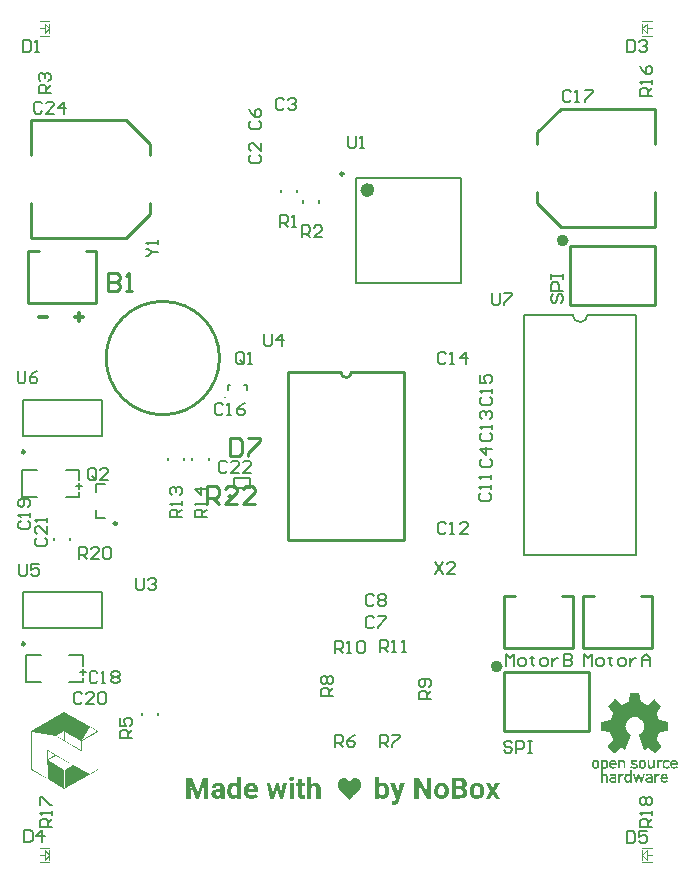
<source format=gto>
G04 Layer_Color=15132400*
%FSLAX23Y23*%
%MOIN*%
G70*
G01*
G75*
%ADD28C,0.010*%
%ADD30C,0.008*%
%ADD55C,0.010*%
%ADD56C,0.020*%
%ADD57C,0.024*%
%ADD58C,0.004*%
%ADD59C,0.008*%
%ADD60C,0.005*%
%ADD61C,0.007*%
%ADD62C,0.012*%
G36*
X12754Y12151D02*
X12755Y12151D01*
X12756Y12150D01*
X12756D01*
X12756Y12150D01*
X12757Y12150D01*
X12758Y12150D01*
X12758Y12149D01*
X12759Y12149D01*
X12759Y12148D01*
X12760Y12148D01*
X12760Y12147D01*
Y12147D01*
X12760Y12146D01*
X12760Y12146D01*
X12761Y12145D01*
X12761Y12144D01*
Y12144D01*
Y12144D01*
X12761Y12143D01*
X12760Y12142D01*
X12760Y12141D01*
Y12141D01*
X12760Y12141D01*
X12760Y12140D01*
X12759Y12139D01*
X12758Y12139D01*
X12758Y12138D01*
X12758Y12138D01*
X12757Y12138D01*
X12756Y12137D01*
X12756D01*
X12756Y12137D01*
X12755Y12137D01*
X12754Y12137D01*
X12753Y12137D01*
X12752D01*
X12752Y12137D01*
X12751Y12137D01*
X12750Y12137D01*
X12749D01*
X12749Y12137D01*
X12749Y12138D01*
X12748Y12138D01*
X12747Y12139D01*
X12747Y12139D01*
X12747Y12139D01*
X12746Y12140D01*
X12746Y12141D01*
Y12141D01*
X12745Y12141D01*
X12745Y12142D01*
X12745Y12143D01*
X12745Y12144D01*
Y12144D01*
Y12144D01*
X12745Y12145D01*
X12745Y12146D01*
X12746Y12146D01*
X12746Y12147D01*
X12746Y12148D01*
X12747Y12149D01*
X12747Y12149D01*
X12748Y12149D01*
X12748Y12150D01*
X12749Y12150D01*
X12749Y12150D01*
X12750Y12151D01*
X12752Y12151D01*
X12753Y12151D01*
X12754D01*
X12754Y12151D01*
D02*
G37*
G36*
X13996Y12161D02*
X13998Y12161D01*
X14001Y12160D01*
X14002Y12159D01*
X14003Y12159D01*
X14003Y12158D01*
X14003Y12158D01*
X14005Y12157D01*
X14005Y12155D01*
X14006Y12152D01*
X14007Y12151D01*
X14007Y12150D01*
Y12149D01*
Y12149D01*
Y12144D01*
X13988D01*
X13989Y12142D01*
X13990Y12140D01*
X13990Y12139D01*
X13990Y12139D01*
X13992Y12138D01*
X13994Y12137D01*
X13995Y12137D01*
X13996D01*
X13997Y12137D01*
X13998Y12137D01*
X13999Y12138D01*
X13999D01*
X14000Y12138D01*
X14001Y12139D01*
X14002Y12140D01*
X14002Y12140D01*
X14006Y12136D01*
X14005Y12134D01*
X14003Y12133D01*
X14002Y12133D01*
X14001Y12132D01*
X14000Y12132D01*
X13998Y12132D01*
X13996Y12131D01*
X13996D01*
X13994Y12132D01*
X13993Y12132D01*
X13990Y12133D01*
X13988Y12134D01*
X13988Y12134D01*
X13987Y12134D01*
X13987D01*
X13985Y12136D01*
X13984Y12137D01*
X13983Y12139D01*
X13983Y12142D01*
X13983Y12144D01*
X13982Y12145D01*
Y12146D01*
Y12147D01*
X13983Y12149D01*
X13983Y12152D01*
X13984Y12154D01*
X13985Y12155D01*
X13985Y12157D01*
X13986Y12157D01*
X13986Y12158D01*
X13986Y12158D01*
X13988Y12159D01*
X13990Y12160D01*
X13992Y12161D01*
X13993Y12161D01*
X13994Y12162D01*
X13995D01*
X13996Y12161D01*
D02*
G37*
G36*
X13827D02*
X13830Y12160D01*
X13830Y12160D01*
X13831Y12160D01*
X13832Y12159D01*
X13832D01*
X13833Y12159D01*
X13834Y12157D01*
X13835Y12155D01*
X13835Y12154D01*
X13835Y12153D01*
Y12152D01*
Y12152D01*
Y12132D01*
X13830D01*
Y12134D01*
X13828Y12133D01*
X13828Y12133D01*
X13827Y12132D01*
X13827D01*
X13825Y12132D01*
X13824Y12131D01*
X13822D01*
X13819Y12132D01*
X13816Y12133D01*
X13815Y12134D01*
X13814Y12134D01*
X13813Y12136D01*
X13812Y12138D01*
X13812Y12140D01*
Y12140D01*
Y12140D01*
X13812Y12143D01*
X13813Y12145D01*
X13813Y12146D01*
X13814Y12147D01*
X13816Y12148D01*
X13818Y12149D01*
X13820Y12149D01*
X13830D01*
Y12152D01*
X13829Y12154D01*
X13829Y12154D01*
X13828Y12155D01*
X13828Y12155D01*
X13827Y12155D01*
X13825Y12156D01*
X13822D01*
X13821Y12156D01*
X13820Y12155D01*
X13820Y12155D01*
X13818Y12154D01*
X13818Y12154D01*
X13818Y12154D01*
X13813Y12157D01*
X13815Y12159D01*
X13816Y12160D01*
X13817Y12160D01*
X13817Y12160D01*
X13819Y12161D01*
X13821Y12162D01*
X13823D01*
X13827Y12161D01*
D02*
G37*
G36*
X13218Y12078D02*
X13204D01*
X13176Y12124D01*
Y12078D01*
X13161D01*
Y12148D01*
X13176D01*
X13204Y12102D01*
Y12148D01*
X13218D01*
Y12078D01*
D02*
G37*
G36*
X13432Y12105D02*
X13448Y12078D01*
X13433D01*
X13424Y12095D01*
X13414Y12078D01*
X13399D01*
X13415Y12105D01*
X13400Y12130D01*
X13415D01*
X13423Y12115D01*
X13432Y12130D01*
X13447D01*
X13432Y12105D01*
D02*
G37*
G36*
X12585Y12078D02*
X12572D01*
X12571Y12084D01*
X12571Y12084D01*
X12571Y12083D01*
X12570Y12083D01*
X12570Y12082D01*
X12569Y12081D01*
X12568Y12081D01*
X12567Y12080D01*
X12566Y12079D01*
X12566Y12079D01*
X12565Y12079D01*
X12564Y12079D01*
X12563Y12078D01*
X12562Y12078D01*
X12561Y12078D01*
X12560Y12078D01*
X12558Y12078D01*
X12557D01*
X12556Y12078D01*
X12555Y12078D01*
X12554Y12078D01*
X12552Y12078D01*
X12551Y12079D01*
X12549Y12079D01*
X12549Y12080D01*
X12549Y12080D01*
X12548Y12080D01*
X12547Y12081D01*
X12546Y12082D01*
X12545Y12083D01*
X12544Y12084D01*
X12543Y12085D01*
X12543Y12085D01*
X12543Y12086D01*
X12542Y12086D01*
X12542Y12087D01*
X12541Y12088D01*
X12540Y12090D01*
X12540Y12091D01*
X12539Y12093D01*
Y12093D01*
Y12093D01*
X12539Y12094D01*
X12539Y12095D01*
X12538Y12096D01*
X12538Y12098D01*
X12538Y12100D01*
X12538Y12102D01*
X12538Y12104D01*
Y12105D01*
Y12105D01*
Y12105D01*
Y12105D01*
Y12106D01*
X12538Y12107D01*
X12538Y12108D01*
X12538Y12110D01*
X12538Y12112D01*
X12539Y12114D01*
X12539Y12115D01*
Y12116D01*
X12539Y12116D01*
X12539Y12116D01*
X12540Y12117D01*
X12540Y12118D01*
X12541Y12120D01*
X12541Y12121D01*
X12542Y12123D01*
X12543Y12124D01*
X12543Y12124D01*
X12543Y12124D01*
X12544Y12125D01*
X12545Y12126D01*
X12546Y12127D01*
X12547Y12128D01*
X12548Y12129D01*
X12549Y12129D01*
X12550Y12129D01*
X12550Y12130D01*
X12551Y12130D01*
X12552Y12130D01*
X12553Y12131D01*
X12555Y12131D01*
X12556Y12131D01*
X12558Y12131D01*
X12559D01*
X12560Y12131D01*
X12561Y12131D01*
X12562Y12131D01*
X12563Y12131D01*
X12564Y12130D01*
X12565Y12130D01*
X12565Y12130D01*
X12566Y12130D01*
X12566Y12129D01*
X12567Y12129D01*
X12568Y12128D01*
X12569Y12127D01*
X12570Y12127D01*
X12571Y12126D01*
Y12152D01*
X12585D01*
Y12078D01*
D02*
G37*
G36*
X13886Y12132D02*
X13880D01*
Y12135D01*
X13879Y12134D01*
X13878Y12133D01*
X13877Y12133D01*
X13876Y12132D01*
X13875Y12132D01*
X13874Y12132D01*
X13873Y12131D01*
X13872D01*
X13870Y12132D01*
X13869Y12132D01*
X13868Y12132D01*
X13867Y12132D01*
X13866Y12133D01*
X13865Y12134D01*
X13865Y12135D01*
X13864Y12135D01*
X13863Y12137D01*
X13863Y12138D01*
X13863Y12139D01*
Y12139D01*
Y12140D01*
X13862Y12141D01*
Y12144D01*
Y12145D01*
Y12146D01*
Y12146D01*
Y12147D01*
Y12149D01*
Y12150D01*
Y12151D01*
X13863Y12152D01*
Y12154D01*
Y12154D01*
X13863Y12155D01*
X13864Y12157D01*
X13864Y12157D01*
X13864Y12158D01*
X13865Y12159D01*
X13866Y12159D01*
X13867Y12160D01*
X13867Y12160D01*
X13869Y12161D01*
X13871Y12161D01*
X13872Y12162D01*
X13872D01*
X13874Y12161D01*
X13875Y12161D01*
X13876Y12161D01*
X13876Y12160D01*
X13878Y12160D01*
X13879Y12159D01*
X13880Y12158D01*
X13880Y12158D01*
Y12173D01*
X13886D01*
Y12132D01*
D02*
G37*
G36*
X13978Y12161D02*
X13979Y12161D01*
X13979Y12161D01*
X13980Y12160D01*
X13981Y12160D01*
X13982Y12159D01*
X13982Y12159D01*
X13978Y12154D01*
X13977Y12155D01*
X13976Y12155D01*
X13976D01*
X13975Y12156D01*
X13974D01*
X13973Y12155D01*
X13971Y12155D01*
X13970Y12154D01*
X13970Y12154D01*
X13969Y12153D01*
X13969Y12151D01*
X13968Y12150D01*
Y12150D01*
Y12149D01*
Y12132D01*
X13962D01*
Y12161D01*
X13968D01*
Y12158D01*
X13970Y12159D01*
X13971Y12160D01*
X13971Y12160D01*
X13972Y12160D01*
X13973Y12161D01*
X13975Y12162D01*
X13977D01*
X13978Y12161D01*
D02*
G37*
G36*
X13768Y12208D02*
X13770Y12208D01*
X13772Y12207D01*
X13772Y12207D01*
X13773Y12206D01*
X13775Y12205D01*
X13775Y12205D01*
X13775Y12205D01*
X13777Y12203D01*
X13777Y12202D01*
X13778Y12201D01*
Y12200D01*
X13778Y12199D01*
X13778Y12196D01*
Y12194D01*
Y12194D01*
Y12194D01*
Y12190D01*
X13778Y12188D01*
X13778Y12187D01*
X13778Y12186D01*
X13777Y12184D01*
X13776Y12183D01*
X13776Y12182D01*
X13775Y12182D01*
X13774Y12181D01*
X13773Y12180D01*
X13772Y12179D01*
X13772Y12179D01*
X13770Y12179D01*
X13768Y12178D01*
X13767Y12178D01*
X13766D01*
X13764Y12178D01*
X13762Y12179D01*
X13761Y12179D01*
X13760Y12179D01*
X13759Y12180D01*
X13758Y12181D01*
X13757Y12181D01*
X13757Y12182D01*
X13756Y12183D01*
X13755Y12185D01*
X13755Y12186D01*
X13755Y12186D01*
X13754Y12188D01*
X13754Y12191D01*
Y12192D01*
Y12193D01*
Y12193D01*
Y12194D01*
Y12197D01*
X13754Y12199D01*
X13755Y12200D01*
Y12200D01*
X13755Y12202D01*
X13756Y12204D01*
X13757Y12204D01*
X13757Y12205D01*
X13758Y12206D01*
X13759Y12206D01*
X13760Y12207D01*
X13760Y12207D01*
X13762Y12208D01*
X13764Y12208D01*
X13766D01*
X13768Y12208D01*
D02*
G37*
G36*
X13947Y12161D02*
X13950Y12160D01*
X13951Y12160D01*
X13952Y12160D01*
X13952Y12159D01*
X13952D01*
X13953Y12159D01*
X13954Y12157D01*
X13955Y12155D01*
Y12154D01*
X13956Y12153D01*
Y12152D01*
Y12152D01*
Y12132D01*
X13950D01*
Y12134D01*
X13950D01*
X13949Y12133D01*
X13948Y12133D01*
X13947Y12132D01*
X13947D01*
X13946Y12132D01*
X13944Y12131D01*
X13942D01*
X13939Y12132D01*
X13936Y12133D01*
X13935Y12134D01*
X13935Y12134D01*
X13933Y12136D01*
X13932Y12138D01*
X13932Y12140D01*
Y12140D01*
Y12140D01*
X13932Y12143D01*
X13933Y12145D01*
X13934Y12146D01*
X13934Y12147D01*
X13936Y12148D01*
X13939Y12149D01*
X13940Y12149D01*
X13950D01*
Y12152D01*
X13950Y12154D01*
X13949Y12154D01*
X13949Y12155D01*
X13948Y12155D01*
X13947Y12155D01*
X13946Y12156D01*
X13942D01*
X13941Y12156D01*
X13940Y12155D01*
X13940Y12155D01*
X13939Y12155D01*
X13939Y12154D01*
X13938Y12154D01*
Y12154D01*
X13933Y12157D01*
X13935Y12159D01*
X13936Y12160D01*
X13937Y12160D01*
X13937Y12160D01*
X13939Y12161D01*
X13941Y12162D01*
X13943D01*
X13947Y12161D01*
D02*
G37*
G36*
X13922Y12132D02*
X13916D01*
X13910Y12152D01*
X13904Y12132D01*
X13899D01*
X13889Y12161D01*
X13896D01*
X13901Y12141D01*
X13908Y12161D01*
X13912D01*
X13919Y12141D01*
X13919D01*
X13925Y12161D01*
X13931D01*
X13922Y12132D01*
D02*
G37*
G36*
X13858Y12161D02*
X13859Y12161D01*
X13859Y12161D01*
X13860Y12160D01*
X13861Y12160D01*
X13862Y12159D01*
X13862Y12159D01*
X13858Y12154D01*
X13856Y12155D01*
X13856Y12155D01*
X13856D01*
X13854Y12156D01*
X13854D01*
X13852Y12155D01*
X13851Y12155D01*
X13850Y12154D01*
X13850Y12154D01*
X13849Y12153D01*
X13848Y12151D01*
X13848Y12150D01*
Y12150D01*
Y12149D01*
Y12132D01*
X13842D01*
Y12161D01*
X13848D01*
Y12158D01*
X13848D01*
X13849Y12159D01*
X13850Y12160D01*
X13851Y12160D01*
X13851Y12160D01*
X13853Y12161D01*
X13855Y12162D01*
X13857D01*
X13858Y12161D01*
D02*
G37*
G36*
X13110Y12071D02*
Y12071D01*
X13109Y12070D01*
X13109Y12070D01*
X13109Y12069D01*
X13108Y12068D01*
X13108Y12066D01*
Y12066D01*
X13107Y12066D01*
X13107Y12066D01*
X13107Y12065D01*
X13106Y12064D01*
X13105Y12062D01*
X13104Y12062D01*
X13104Y12062D01*
X13104Y12061D01*
X13103Y12061D01*
X13103Y12060D01*
X13102Y12060D01*
X13101Y12059D01*
X13100Y12059D01*
X13100Y12059D01*
X13099Y12059D01*
X13099Y12058D01*
X13098Y12058D01*
X13097Y12058D01*
X13096Y12058D01*
X13094Y12058D01*
X13093Y12057D01*
X13092D01*
X13091Y12058D01*
X13091D01*
X13091Y12058D01*
X13090D01*
X13090Y12058D01*
X13090D01*
X13089Y12058D01*
X13089Y12058D01*
X13088Y12058D01*
X13088D01*
X13088Y12058D01*
X13087Y12058D01*
X13087Y12058D01*
Y12069D01*
X13090D01*
X13091Y12069D01*
X13092Y12069D01*
X13093D01*
X13093Y12069D01*
X13094Y12070D01*
X13095Y12070D01*
X13095Y12070D01*
X13096Y12071D01*
X13096Y12071D01*
X13097Y12072D01*
X13097Y12072D01*
X13097Y12073D01*
X13098Y12074D01*
X13098Y12074D01*
X13099Y12078D01*
X13081Y12130D01*
X13096D01*
X13106Y12098D01*
X13115Y12130D01*
X13130D01*
X13110Y12071D01*
D02*
G37*
G36*
X13045Y12126D02*
X13045Y12126D01*
X13045Y12126D01*
X13046Y12127D01*
X13046Y12127D01*
X13047Y12128D01*
X13048Y12129D01*
X13049Y12129D01*
X13050Y12130D01*
X13050Y12130D01*
X13051Y12130D01*
X13051Y12130D01*
X13052Y12131D01*
X13053Y12131D01*
X13055Y12131D01*
X13056Y12131D01*
X13058Y12131D01*
X13058D01*
X13059Y12131D01*
X13060Y12131D01*
X13062Y12131D01*
X13063Y12130D01*
X13065Y12130D01*
X13066Y12129D01*
X13067Y12129D01*
X13067Y12129D01*
X13068Y12129D01*
X13069Y12128D01*
X13070Y12127D01*
X13071Y12126D01*
X13072Y12125D01*
X13073Y12124D01*
X13073Y12124D01*
X13073Y12123D01*
X13074Y12123D01*
X13074Y12121D01*
X13075Y12120D01*
X13075Y12119D01*
X13076Y12117D01*
X13077Y12115D01*
X13077Y12115D01*
X13077Y12115D01*
X13077Y12114D01*
X13077Y12112D01*
X13077Y12111D01*
X13078Y12109D01*
X13078Y12107D01*
Y12105D01*
Y12104D01*
Y12104D01*
Y12104D01*
Y12103D01*
Y12103D01*
X13078Y12102D01*
Y12100D01*
X13078Y12099D01*
X13077Y12097D01*
X13077Y12095D01*
X13077Y12093D01*
Y12093D01*
X13076Y12092D01*
X13076Y12091D01*
X13076Y12090D01*
X13075Y12089D01*
X13074Y12087D01*
X13074Y12086D01*
X13073Y12085D01*
X13073Y12085D01*
X13072Y12084D01*
X13072Y12084D01*
X13071Y12083D01*
X13070Y12082D01*
X13069Y12081D01*
X13068Y12080D01*
X13066Y12079D01*
X13066Y12079D01*
X13066Y12079D01*
X13065Y12079D01*
X13064Y12079D01*
X13063Y12078D01*
X13061Y12078D01*
X13059Y12078D01*
X13058Y12078D01*
X13057D01*
X13056Y12078D01*
X13055Y12078D01*
X13054Y12078D01*
X13052Y12078D01*
X13051Y12079D01*
X13050Y12079D01*
X13050Y12079D01*
X13049Y12080D01*
X13049Y12080D01*
X13048Y12080D01*
X13047Y12081D01*
X13046Y12082D01*
X13045Y12083D01*
X13044Y12084D01*
X13044Y12078D01*
X13031D01*
Y12152D01*
X13045D01*
Y12126D01*
D02*
G37*
G36*
X13254Y12131D02*
X13256Y12131D01*
X13257Y12131D01*
X13259Y12130D01*
X13261Y12130D01*
X13263Y12129D01*
X13263D01*
X13263Y12129D01*
X13263Y12129D01*
X13264Y12128D01*
X13265Y12128D01*
X13266Y12127D01*
X13268Y12126D01*
X13269Y12125D01*
X13270Y12124D01*
X13270Y12124D01*
X13271Y12123D01*
X13271Y12122D01*
X13272Y12121D01*
X13273Y12120D01*
X13274Y12119D01*
X13274Y12117D01*
X13275Y12115D01*
X13275Y12115D01*
X13275Y12114D01*
X13276Y12114D01*
X13276Y12112D01*
X13276Y12111D01*
X13277Y12109D01*
X13277Y12107D01*
X13277Y12105D01*
Y12104D01*
Y12104D01*
Y12104D01*
Y12103D01*
Y12103D01*
X13277Y12102D01*
X13277Y12100D01*
X13276Y12099D01*
X13276Y12097D01*
X13276Y12095D01*
X13275Y12093D01*
X13275Y12093D01*
X13275Y12093D01*
X13274Y12092D01*
X13274Y12090D01*
X13273Y12089D01*
X13272Y12088D01*
X13271Y12086D01*
X13270Y12085D01*
X13270Y12085D01*
X13270Y12084D01*
X13269Y12084D01*
X13268Y12083D01*
X13267Y12082D01*
X13266Y12081D01*
X13264Y12080D01*
X13263Y12079D01*
X13262Y12079D01*
X13262Y12079D01*
X13261Y12079D01*
X13260Y12079D01*
X13258Y12078D01*
X13256Y12078D01*
X13254Y12078D01*
X13252Y12078D01*
X13251D01*
X13250Y12078D01*
X13249Y12078D01*
X13247Y12078D01*
X13245Y12078D01*
X13243Y12079D01*
X13242Y12079D01*
X13241Y12080D01*
X13241Y12080D01*
X13240Y12080D01*
X13239Y12081D01*
X13238Y12082D01*
X13236Y12083D01*
X13235Y12084D01*
X13234Y12085D01*
X13234Y12085D01*
X13233Y12086D01*
X13233Y12086D01*
X13232Y12087D01*
X13231Y12088D01*
X13231Y12090D01*
X13230Y12092D01*
X13229Y12093D01*
Y12093D01*
X13229Y12094D01*
X13229Y12094D01*
X13229Y12095D01*
X13228Y12096D01*
X13228Y12098D01*
X13228Y12100D01*
X13228Y12102D01*
X13228Y12104D01*
Y12105D01*
Y12105D01*
Y12105D01*
Y12105D01*
Y12106D01*
X13228Y12107D01*
X13228Y12108D01*
X13228Y12110D01*
X13228Y12112D01*
X13229Y12114D01*
X13229Y12115D01*
Y12115D01*
X13229Y12116D01*
X13229Y12116D01*
X13230Y12117D01*
X13230Y12118D01*
X13231Y12120D01*
X13232Y12121D01*
X13233Y12122D01*
X13234Y12124D01*
X13234Y12124D01*
X13234Y12124D01*
X13235Y12125D01*
X13236Y12126D01*
X13237Y12127D01*
X13239Y12127D01*
X13240Y12128D01*
X13242Y12129D01*
X13242Y12129D01*
X13242Y12130D01*
X13243Y12130D01*
X13245Y12130D01*
X13246Y12131D01*
X13248Y12131D01*
X13250Y12131D01*
X13252Y12131D01*
X13253D01*
X13254Y12131D01*
D02*
G37*
G36*
X13373D02*
X13374Y12131D01*
X13376Y12131D01*
X13377Y12130D01*
X13379Y12130D01*
X13381Y12129D01*
X13381D01*
X13381Y12129D01*
X13382Y12129D01*
X13383Y12128D01*
X13384Y12128D01*
X13385Y12127D01*
X13386Y12126D01*
X13387Y12125D01*
X13389Y12124D01*
X13389Y12124D01*
X13389Y12123D01*
X13390Y12122D01*
X13390Y12121D01*
X13391Y12120D01*
X13392Y12119D01*
X13393Y12117D01*
X13393Y12115D01*
X13394Y12115D01*
X13394Y12114D01*
X13394Y12114D01*
X13394Y12112D01*
X13395Y12111D01*
X13395Y12109D01*
X13395Y12107D01*
X13395Y12105D01*
Y12104D01*
Y12104D01*
Y12104D01*
Y12103D01*
Y12103D01*
X13395Y12102D01*
X13395Y12100D01*
X13395Y12099D01*
X13394Y12097D01*
X13394Y12095D01*
X13393Y12093D01*
X13393Y12093D01*
X13393Y12093D01*
X13393Y12092D01*
X13392Y12090D01*
X13392Y12089D01*
X13391Y12088D01*
X13390Y12086D01*
X13389Y12085D01*
X13389Y12085D01*
X13388Y12084D01*
X13387Y12084D01*
X13387Y12083D01*
X13386Y12082D01*
X13384Y12081D01*
X13383Y12080D01*
X13381Y12079D01*
X13381Y12079D01*
X13380Y12079D01*
X13379Y12079D01*
X13378Y12079D01*
X13376Y12078D01*
X13375Y12078D01*
X13373Y12078D01*
X13371Y12078D01*
X13370D01*
X13368Y12078D01*
X13367Y12078D01*
X13365Y12078D01*
X13364Y12078D01*
X13362Y12079D01*
X13360Y12079D01*
X13360Y12080D01*
X13359Y12080D01*
X13358Y12080D01*
X13357Y12081D01*
X13356Y12082D01*
X13355Y12083D01*
X13353Y12084D01*
X13352Y12085D01*
X13352Y12085D01*
X13352Y12086D01*
X13351Y12086D01*
X13351Y12087D01*
X13350Y12088D01*
X13349Y12090D01*
X13348Y12092D01*
X13347Y12093D01*
Y12093D01*
X13347Y12094D01*
X13347Y12094D01*
X13347Y12095D01*
X13347Y12096D01*
X13346Y12098D01*
X13346Y12100D01*
X13346Y12102D01*
X13346Y12104D01*
Y12105D01*
Y12105D01*
Y12105D01*
Y12105D01*
Y12106D01*
X13346Y12107D01*
X13346Y12108D01*
X13346Y12110D01*
X13347Y12112D01*
X13347Y12114D01*
X13347Y12115D01*
Y12115D01*
X13348Y12116D01*
X13348Y12116D01*
X13348Y12117D01*
X13349Y12118D01*
X13349Y12120D01*
X13350Y12121D01*
X13351Y12122D01*
X13352Y12124D01*
X13352Y12124D01*
X13353Y12124D01*
X13353Y12125D01*
X13354Y12126D01*
X13356Y12127D01*
X13357Y12127D01*
X13358Y12128D01*
X13360Y12129D01*
X13360Y12129D01*
X13361Y12130D01*
X13362Y12130D01*
X13363Y12130D01*
X13365Y12131D01*
X13366Y12131D01*
X13368Y12131D01*
X13370Y12131D01*
X13371D01*
X13373Y12131D01*
D02*
G37*
G36*
X12966Y12147D02*
X12967Y12146D01*
X12969Y12146D01*
X12970Y12146D01*
X12971Y12146D01*
X12972Y12145D01*
X12972Y12145D01*
X12972Y12145D01*
X12972Y12145D01*
X12972D01*
X12974Y12144D01*
X12975Y12144D01*
X12976Y12143D01*
X12977Y12142D01*
X12978Y12142D01*
X12978Y12141D01*
X12979Y12141D01*
X12979Y12141D01*
X12980Y12140D01*
X12981Y12138D01*
X12981Y12137D01*
X12982Y12136D01*
X12983Y12135D01*
X12983Y12135D01*
X12983Y12134D01*
X12983Y12134D01*
X12983Y12134D01*
Y12134D01*
X12984Y12133D01*
X12984Y12131D01*
X12985Y12130D01*
X12985Y12129D01*
X12985Y12128D01*
X12985Y12127D01*
Y12127D01*
Y12126D01*
Y12126D01*
Y12126D01*
X12985Y12125D01*
X12985Y12123D01*
X12985Y12122D01*
X12984Y12120D01*
X12984Y12119D01*
X12984Y12118D01*
X12983Y12117D01*
X12983Y12116D01*
X12983Y12115D01*
X12982Y12114D01*
X12982Y12113D01*
X12982Y12113D01*
X12981Y12112D01*
X12981Y12112D01*
X12981Y12112D01*
X12981Y12112D01*
X12979Y12109D01*
X12978Y12107D01*
X12976Y12105D01*
X12974Y12104D01*
X12974Y12103D01*
X12973Y12102D01*
X12972Y12102D01*
X12972Y12101D01*
X12972Y12101D01*
X12971Y12100D01*
X12971Y12100D01*
X12971Y12100D01*
X12969Y12098D01*
X12966Y12096D01*
X12964Y12094D01*
X12962Y12092D01*
X12961Y12091D01*
X12961Y12091D01*
X12960Y12090D01*
X12959Y12089D01*
X12959Y12089D01*
X12958Y12089D01*
X12958Y12089D01*
X12958Y12088D01*
X12956Y12086D01*
X12953Y12084D01*
X12951Y12081D01*
X12950Y12080D01*
X12949Y12079D01*
X12949Y12078D01*
X12948Y12077D01*
X12947Y12076D01*
X12947Y12075D01*
X12946Y12075D01*
X12946Y12074D01*
X12946Y12074D01*
X12946Y12074D01*
X12943Y12077D01*
X12942Y12078D01*
X12941Y12080D01*
X12940Y12081D01*
X12939Y12082D01*
X12938Y12083D01*
X12937Y12084D01*
X12936Y12085D01*
X12935Y12086D01*
X12934Y12087D01*
X12934Y12087D01*
X12933Y12088D01*
X12933Y12088D01*
X12933Y12088D01*
X12933Y12088D01*
X12930Y12091D01*
X12928Y12093D01*
X12926Y12095D01*
X12925Y12096D01*
X12924Y12096D01*
X12923Y12097D01*
X12922Y12098D01*
X12921Y12098D01*
X12921Y12099D01*
X12920Y12099D01*
X12920Y12100D01*
X12920Y12100D01*
X12920Y12100D01*
X12918Y12102D01*
X12916Y12104D01*
X12914Y12106D01*
X12913Y12108D01*
X12912Y12108D01*
X12912Y12109D01*
X12911Y12110D01*
X12911Y12110D01*
X12911Y12111D01*
X12910Y12111D01*
X12910Y12111D01*
X12910Y12111D01*
X12909Y12113D01*
X12909Y12114D01*
X12908Y12115D01*
X12908Y12116D01*
X12907Y12119D01*
X12907Y12121D01*
X12907Y12122D01*
X12906Y12123D01*
X12906Y12124D01*
X12906Y12125D01*
X12906Y12125D01*
Y12126D01*
Y12126D01*
Y12126D01*
X12906Y12128D01*
X12906Y12129D01*
X12907Y12131D01*
X12907Y12132D01*
X12907Y12133D01*
X12908Y12133D01*
X12908Y12134D01*
X12908Y12134D01*
X12908Y12134D01*
Y12134D01*
X12909Y12135D01*
X12909Y12137D01*
X12910Y12138D01*
X12911Y12139D01*
X12911Y12140D01*
X12912Y12140D01*
X12912Y12141D01*
X12912Y12141D01*
X12913Y12142D01*
X12914Y12143D01*
X12916Y12143D01*
X12917Y12144D01*
X12917Y12144D01*
X12918Y12145D01*
X12918Y12145D01*
X12919Y12145D01*
X12919Y12145D01*
X12919D01*
X12920Y12146D01*
X12922Y12146D01*
X12923Y12146D01*
X12924Y12147D01*
X12925Y12147D01*
X12926Y12147D01*
X12927D01*
X12928Y12147D01*
X12929Y12147D01*
X12930Y12146D01*
X12931Y12146D01*
X12932Y12146D01*
X12932Y12146D01*
X12933Y12146D01*
X12933Y12146D01*
X12934Y12145D01*
X12935Y12145D01*
X12936Y12144D01*
X12937Y12144D01*
X12937Y12143D01*
X12938Y12143D01*
X12938Y12143D01*
X12938Y12142D01*
X12939Y12142D01*
X12940Y12141D01*
X12941Y12140D01*
X12941Y12140D01*
X12942Y12139D01*
X12942Y12139D01*
X12942Y12138D01*
X12942Y12138D01*
X12943Y12137D01*
X12944Y12136D01*
X12944Y12135D01*
X12945Y12135D01*
X12945Y12134D01*
X12945Y12133D01*
X12946Y12133D01*
X12946Y12133D01*
X12947Y12135D01*
X12947Y12136D01*
X12948Y12137D01*
X12948Y12137D01*
X12948Y12138D01*
X12949Y12138D01*
X12949Y12138D01*
X12949Y12139D01*
X12950Y12140D01*
X12951Y12141D01*
X12952Y12141D01*
X12952Y12142D01*
X12953Y12142D01*
X12953Y12142D01*
X12953Y12142D01*
X12954Y12143D01*
X12955Y12144D01*
X12956Y12144D01*
X12957Y12145D01*
X12957Y12145D01*
X12958Y12145D01*
X12958Y12146D01*
X12958Y12146D01*
X12959Y12146D01*
X12960Y12146D01*
X12962Y12146D01*
X12962Y12147D01*
X12963Y12147D01*
X12964Y12147D01*
X12964D01*
X12966Y12147D01*
D02*
G37*
G36*
X12620Y12131D02*
X12621Y12131D01*
X12622Y12131D01*
X12624Y12131D01*
X12626Y12130D01*
X12628Y12129D01*
X12628Y12129D01*
X12628Y12129D01*
X12629Y12129D01*
X12630Y12128D01*
X12631Y12127D01*
X12632Y12127D01*
X12634Y12125D01*
X12635Y12124D01*
X12635Y12124D01*
X12635Y12124D01*
X12636Y12123D01*
X12636Y12122D01*
X12637Y12121D01*
X12638Y12120D01*
X12639Y12118D01*
X12639Y12116D01*
X12639Y12116D01*
X12639Y12115D01*
X12640Y12114D01*
X12640Y12113D01*
X12640Y12112D01*
X12640Y12110D01*
X12641Y12108D01*
X12641Y12106D01*
Y12100D01*
X12608D01*
Y12100D01*
X12608Y12099D01*
Y12099D01*
X12608Y12098D01*
X12608Y12097D01*
X12609Y12095D01*
Y12095D01*
X12609Y12095D01*
X12609Y12094D01*
X12610Y12094D01*
X12610Y12093D01*
X12611Y12092D01*
X12612Y12092D01*
X12612Y12091D01*
X12612Y12091D01*
X12613Y12091D01*
X12614Y12090D01*
X12615Y12089D01*
X12615D01*
X12616Y12089D01*
X12616Y12089D01*
X12617Y12089D01*
X12617Y12089D01*
X12618Y12089D01*
X12620Y12089D01*
X12621D01*
X12622Y12089D01*
X12622Y12089D01*
X12623Y12089D01*
X12625Y12089D01*
X12626Y12090D01*
X12627Y12090D01*
X12627Y12090D01*
X12628Y12090D01*
X12628Y12091D01*
X12629Y12091D01*
X12630Y12092D01*
X12631Y12092D01*
X12632Y12093D01*
X12633Y12094D01*
X12640Y12087D01*
X12639Y12087D01*
X12639Y12086D01*
X12639Y12086D01*
X12639Y12086D01*
X12638Y12085D01*
X12636Y12083D01*
X12636Y12083D01*
X12636Y12083D01*
X12636Y12083D01*
X12635Y12082D01*
X12635Y12082D01*
X12634Y12081D01*
X12632Y12080D01*
X12632D01*
X12631Y12080D01*
X12631Y12080D01*
X12630Y12080D01*
X12629Y12079D01*
X12628Y12079D01*
X12626Y12078D01*
X12626D01*
X12626Y12078D01*
X12625Y12078D01*
X12624Y12078D01*
X12623Y12078D01*
X12622Y12078D01*
X12621Y12078D01*
X12618D01*
X12617Y12078D01*
X12616Y12078D01*
X12614Y12078D01*
X12612Y12078D01*
X12610Y12079D01*
X12608Y12079D01*
X12608Y12080D01*
X12608Y12080D01*
X12607Y12080D01*
X12606Y12081D01*
X12604Y12082D01*
X12603Y12082D01*
X12602Y12084D01*
X12600Y12085D01*
X12600Y12085D01*
X12600Y12085D01*
X12599Y12086D01*
X12598Y12087D01*
X12598Y12088D01*
X12597Y12090D01*
X12596Y12091D01*
X12595Y12093D01*
X12595Y12093D01*
X12595Y12094D01*
X12595Y12094D01*
X12594Y12096D01*
X12594Y12097D01*
X12594Y12099D01*
X12594Y12101D01*
X12593Y12103D01*
Y12104D01*
Y12105D01*
Y12105D01*
Y12105D01*
Y12105D01*
X12594Y12107D01*
X12594Y12108D01*
X12594Y12110D01*
X12594Y12112D01*
X12595Y12113D01*
X12595Y12115D01*
Y12115D01*
X12595Y12115D01*
X12595Y12116D01*
X12596Y12117D01*
X12596Y12118D01*
X12597Y12120D01*
X12598Y12121D01*
X12599Y12122D01*
X12600Y12124D01*
X12600Y12124D01*
X12601Y12124D01*
X12601Y12125D01*
X12602Y12126D01*
X12603Y12127D01*
X12605Y12127D01*
X12606Y12128D01*
X12608Y12129D01*
X12608Y12129D01*
X12608Y12130D01*
X12609Y12130D01*
X12611Y12130D01*
X12612Y12131D01*
X12614Y12131D01*
X12616Y12131D01*
X12618Y12131D01*
X12619D01*
X12620Y12131D01*
D02*
G37*
G36*
X12788Y12130D02*
X12797D01*
Y12120D01*
X12788D01*
Y12094D01*
Y12094D01*
Y12094D01*
Y12093D01*
X12788Y12092D01*
X12788Y12092D01*
X12788Y12091D01*
X12788Y12091D01*
X12789Y12090D01*
X12789Y12090D01*
X12789Y12090D01*
X12790Y12089D01*
X12790Y12089D01*
X12791Y12089D01*
X12791D01*
X12792Y12089D01*
X12792Y12089D01*
X12795D01*
X12796Y12089D01*
X12796D01*
X12796Y12089D01*
X12797D01*
X12797Y12089D01*
Y12079D01*
X12797D01*
X12797Y12079D01*
X12797D01*
X12796Y12078D01*
X12795Y12078D01*
X12794Y12078D01*
X12793D01*
X12793Y12078D01*
X12792D01*
X12791Y12078D01*
X12791D01*
X12789Y12078D01*
X12788D01*
X12787Y12078D01*
X12786Y12078D01*
X12785Y12078D01*
X12783Y12078D01*
X12783D01*
X12782Y12078D01*
X12782Y12079D01*
X12781Y12079D01*
X12780Y12080D01*
X12778Y12081D01*
X12778Y12081D01*
X12778Y12081D01*
X12777Y12082D01*
X12777Y12082D01*
X12776Y12083D01*
X12776Y12084D01*
X12776Y12085D01*
X12775Y12086D01*
Y12086D01*
X12775Y12086D01*
X12775Y12087D01*
X12775Y12088D01*
X12774Y12089D01*
X12774Y12090D01*
X12774Y12091D01*
Y12093D01*
Y12120D01*
X12766D01*
Y12130D01*
X12774D01*
Y12143D01*
X12788D01*
Y12130D01*
D02*
G37*
G36*
X13313Y12148D02*
X13314D01*
X13316Y12148D01*
X13318Y12148D01*
X13320Y12148D01*
X13322Y12147D01*
X13322D01*
X13322Y12147D01*
X13323Y12147D01*
X13324Y12146D01*
X13326Y12146D01*
X13327Y12145D01*
X13328Y12144D01*
X13330Y12144D01*
X13330Y12143D01*
X13330Y12143D01*
X13331Y12143D01*
X13332Y12142D01*
X13333Y12141D01*
X13333Y12140D01*
X13334Y12139D01*
X13335Y12138D01*
X13335Y12138D01*
X13335Y12137D01*
X13335Y12136D01*
X13336Y12135D01*
X13336Y12134D01*
X13336Y12133D01*
X13337Y12131D01*
X13337Y12129D01*
Y12129D01*
Y12129D01*
Y12128D01*
X13337Y12128D01*
X13336Y12126D01*
X13336Y12125D01*
Y12124D01*
X13336Y12124D01*
X13336Y12124D01*
X13336Y12123D01*
X13335Y12122D01*
X13334Y12120D01*
Y12120D01*
X13334Y12120D01*
X13334Y12120D01*
X13333Y12119D01*
X13332Y12118D01*
X13331Y12117D01*
X13331Y12117D01*
X13331Y12117D01*
X13330Y12116D01*
X13330Y12116D01*
X13329Y12116D01*
X13328Y12115D01*
X13327Y12114D01*
X13327D01*
X13327Y12114D01*
X13328Y12114D01*
X13328Y12114D01*
X13330Y12113D01*
X13332Y12112D01*
X13332Y12112D01*
X13332Y12112D01*
X13333Y12111D01*
X13333Y12111D01*
X13334Y12110D01*
X13335Y12108D01*
X13336Y12108D01*
X13336Y12108D01*
X13336Y12108D01*
X13336Y12107D01*
X13337Y12106D01*
X13337Y12106D01*
X13338Y12104D01*
Y12104D01*
X13338Y12103D01*
X13338Y12103D01*
X13338Y12102D01*
X13338Y12102D01*
X13338Y12101D01*
X13338Y12099D01*
Y12099D01*
Y12099D01*
Y12098D01*
X13338Y12097D01*
X13338Y12096D01*
X13338Y12095D01*
X13337Y12093D01*
X13337Y12091D01*
X13336Y12089D01*
X13335Y12088D01*
X13335Y12087D01*
X13334Y12086D01*
X13333Y12085D01*
X13332Y12084D01*
X13332D01*
X13331Y12083D01*
X13331Y12083D01*
X13330Y12083D01*
X13330Y12082D01*
X13329Y12082D01*
X13328Y12081D01*
X13327Y12081D01*
X13326Y12080D01*
X13324Y12080D01*
X13323Y12080D01*
X13321Y12079D01*
X13319Y12079D01*
X13317Y12079D01*
X13315Y12079D01*
X13313Y12078D01*
X13286D01*
Y12148D01*
X13312D01*
X13313Y12148D01*
D02*
G37*
G36*
X12725Y12078D02*
X12713D01*
X12704Y12111D01*
X12694Y12078D01*
X12682D01*
X12669Y12130D01*
X12682D01*
X12689Y12097D01*
X12699Y12130D01*
X12709D01*
X12718Y12097D01*
X12725Y12130D01*
X12738D01*
X12725Y12078D01*
D02*
G37*
G36*
X12475D02*
X12461D01*
Y12097D01*
X12462Y12130D01*
X12444Y12078D01*
X12434D01*
X12415Y12130D01*
X12416Y12097D01*
Y12078D01*
X12402D01*
Y12148D01*
X12421D01*
X12439Y12098D01*
X12457Y12148D01*
X12475D01*
Y12078D01*
D02*
G37*
G36*
X12510Y12131D02*
X12511D01*
X12512Y12131D01*
X12514Y12131D01*
X12515Y12131D01*
X12517Y12130D01*
X12517D01*
X12517Y12130D01*
X12518Y12130D01*
X12519Y12129D01*
X12520Y12129D01*
X12521Y12128D01*
X12522Y12127D01*
X12523Y12127D01*
X12523Y12127D01*
X12524Y12126D01*
X12524Y12126D01*
X12525Y12125D01*
X12526Y12124D01*
X12526Y12123D01*
X12527Y12122D01*
X12528Y12121D01*
X12528Y12121D01*
X12528Y12120D01*
X12528Y12120D01*
X12528Y12119D01*
X12529Y12118D01*
X12529Y12116D01*
X12529Y12115D01*
X12529Y12113D01*
Y12091D01*
Y12091D01*
Y12091D01*
Y12090D01*
Y12090D01*
Y12088D01*
X12529Y12087D01*
Y12087D01*
Y12087D01*
X12529Y12086D01*
Y12086D01*
X12530Y12085D01*
X12530Y12084D01*
Y12084D01*
Y12084D01*
X12530Y12083D01*
X12530Y12082D01*
X12530Y12081D01*
X12530Y12081D01*
X12531Y12081D01*
X12531Y12080D01*
X12531Y12079D01*
Y12078D01*
X12517D01*
Y12079D01*
X12517Y12079D01*
X12517Y12079D01*
X12517Y12080D01*
X12516Y12080D01*
X12516Y12081D01*
X12516Y12083D01*
X12516Y12083D01*
X12515Y12083D01*
X12515Y12082D01*
X12514Y12082D01*
X12514Y12081D01*
X12513Y12080D01*
X12512Y12080D01*
X12510Y12079D01*
X12510Y12079D01*
X12510Y12079D01*
X12509Y12079D01*
X12508Y12078D01*
X12507Y12078D01*
X12506Y12078D01*
X12504Y12078D01*
X12503Y12078D01*
X12502D01*
X12501Y12078D01*
X12500D01*
X12499Y12078D01*
X12498Y12078D01*
X12496Y12079D01*
X12496D01*
X12495Y12079D01*
X12495Y12079D01*
X12494Y12079D01*
X12493Y12080D01*
X12492Y12080D01*
X12490Y12082D01*
X12490Y12082D01*
X12490Y12082D01*
X12489Y12083D01*
X12489Y12083D01*
X12488Y12084D01*
X12488Y12085D01*
X12486Y12087D01*
Y12087D01*
X12486Y12087D01*
X12486Y12088D01*
X12486Y12089D01*
X12485Y12089D01*
X12485Y12091D01*
X12485Y12092D01*
X12485Y12093D01*
Y12093D01*
Y12094D01*
X12485Y12094D01*
X12485Y12095D01*
X12485Y12096D01*
X12486Y12098D01*
X12486Y12099D01*
X12487Y12100D01*
X12487Y12100D01*
X12487Y12101D01*
X12487Y12101D01*
X12488Y12102D01*
X12488Y12103D01*
X12489Y12104D01*
X12490Y12105D01*
X12491Y12106D01*
X12491Y12106D01*
X12492Y12106D01*
X12492Y12106D01*
X12493Y12107D01*
X12494Y12107D01*
X12495Y12108D01*
X12497Y12108D01*
X12499Y12109D01*
X12499Y12109D01*
X12499Y12109D01*
X12500Y12109D01*
X12502Y12110D01*
X12503Y12110D01*
X12505Y12110D01*
X12507Y12110D01*
X12515D01*
Y12113D01*
Y12113D01*
Y12114D01*
X12515Y12114D01*
X12515Y12115D01*
X12515Y12116D01*
X12515Y12117D01*
X12514Y12118D01*
X12513Y12119D01*
X12513Y12119D01*
X12513Y12119D01*
X12513Y12120D01*
X12512Y12120D01*
X12511Y12120D01*
X12510Y12121D01*
X12509Y12121D01*
X12508Y12121D01*
X12507D01*
X12506Y12121D01*
X12506Y12121D01*
X12505Y12121D01*
X12504Y12120D01*
X12503Y12120D01*
X12502Y12119D01*
X12502Y12119D01*
X12502Y12119D01*
X12501Y12119D01*
X12501Y12118D01*
X12501Y12117D01*
X12500Y12117D01*
X12500Y12116D01*
X12500Y12115D01*
X12486D01*
Y12115D01*
Y12115D01*
X12486Y12116D01*
X12486Y12117D01*
X12487Y12118D01*
X12487Y12119D01*
X12487Y12120D01*
X12488Y12121D01*
X12488Y12121D01*
X12488Y12122D01*
X12488Y12122D01*
X12489Y12123D01*
X12490Y12124D01*
X12490Y12125D01*
X12491Y12126D01*
X12492Y12126D01*
X12492Y12127D01*
X12493Y12127D01*
X12493Y12127D01*
X12494Y12128D01*
X12495Y12128D01*
X12496Y12129D01*
X12498Y12129D01*
X12499Y12130D01*
X12499Y12130D01*
X12500Y12130D01*
X12501Y12130D01*
X12502Y12131D01*
X12503Y12131D01*
X12505Y12131D01*
X12506Y12131D01*
X12509D01*
X12510Y12131D01*
D02*
G37*
G36*
X12760Y12078D02*
X12746D01*
Y12130D01*
X12760D01*
Y12078D01*
D02*
G37*
G36*
X12818Y12125D02*
X12818Y12125D01*
X12818Y12125D01*
X12819Y12126D01*
X12820Y12127D01*
X12821Y12127D01*
X12822Y12128D01*
X12823Y12129D01*
X12824Y12130D01*
X12824Y12130D01*
X12825Y12130D01*
X12825Y12130D01*
X12826Y12130D01*
X12828Y12131D01*
X12829Y12131D01*
X12830Y12131D01*
X12832Y12131D01*
X12833D01*
X12834Y12131D01*
X12835Y12131D01*
X12837Y12131D01*
X12839Y12130D01*
X12839D01*
X12839Y12130D01*
X12840Y12130D01*
X12841Y12129D01*
X12842Y12129D01*
X12843Y12128D01*
X12843Y12128D01*
X12844Y12127D01*
X12844Y12127D01*
X12845Y12126D01*
X12845Y12126D01*
X12846Y12125D01*
X12846Y12124D01*
X12847Y12123D01*
X12847Y12122D01*
X12848Y12120D01*
X12848Y12120D01*
X12848Y12120D01*
X12848Y12119D01*
X12849Y12118D01*
X12849Y12116D01*
X12849Y12115D01*
X12849Y12113D01*
Y12111D01*
Y12078D01*
X12835D01*
Y12111D01*
Y12111D01*
Y12112D01*
Y12112D01*
X12835Y12113D01*
X12835Y12114D01*
X12835Y12115D01*
Y12115D01*
X12835Y12116D01*
X12834Y12116D01*
X12834Y12117D01*
X12833Y12118D01*
X12833Y12118D01*
X12832Y12119D01*
X12831Y12119D01*
X12830Y12120D01*
X12830D01*
X12830Y12120D01*
X12830D01*
X12829Y12120D01*
X12828Y12120D01*
X12827Y12120D01*
X12826D01*
X12826Y12120D01*
X12825D01*
X12823Y12120D01*
X12822Y12119D01*
X12821Y12119D01*
X12821Y12119D01*
X12821Y12119D01*
X12821Y12118D01*
X12820Y12118D01*
X12819Y12117D01*
X12818Y12115D01*
Y12078D01*
X12804D01*
Y12152D01*
X12818D01*
Y12125D01*
D02*
G37*
G36*
X13897Y12208D02*
X13899Y12208D01*
X13900Y12207D01*
X13901Y12207D01*
X13903Y12206D01*
X13904Y12205D01*
X13905Y12205D01*
X13906Y12205D01*
X13902Y12200D01*
X13900Y12201D01*
X13899Y12202D01*
X13898Y12202D01*
X13898D01*
X13897Y12202D01*
X13895Y12203D01*
X13894D01*
X13892Y12202D01*
X13891Y12202D01*
X13890Y12202D01*
X13890Y12202D01*
X13889Y12201D01*
X13889Y12200D01*
Y12200D01*
Y12199D01*
X13889Y12199D01*
X13890Y12198D01*
X13890Y12198D01*
Y12197D01*
X13891Y12197D01*
X13891Y12197D01*
X13892Y12196D01*
X13893D01*
X13898Y12196D01*
X13901Y12195D01*
X13903Y12195D01*
X13904Y12194D01*
X13904Y12193D01*
X13905Y12191D01*
X13906Y12189D01*
X13906Y12188D01*
Y12188D01*
Y12187D01*
X13906Y12186D01*
X13906Y12184D01*
X13905Y12182D01*
X13903Y12181D01*
X13903Y12180D01*
X13903D01*
X13900Y12179D01*
X13897Y12178D01*
X13896D01*
X13895Y12178D01*
X13894D01*
X13891Y12178D01*
X13889Y12179D01*
X13888Y12179D01*
X13887Y12179D01*
X13887D01*
X13885Y12180D01*
X13883Y12182D01*
X13881Y12183D01*
X13881Y12184D01*
X13885Y12188D01*
X13886Y12186D01*
X13888Y12185D01*
X13889Y12185D01*
X13889Y12185D01*
X13891Y12184D01*
X13893Y12184D01*
X13895D01*
X13896Y12184D01*
X13898Y12184D01*
X13898Y12185D01*
X13899D01*
X13900Y12185D01*
X13900Y12187D01*
X13900Y12187D01*
Y12188D01*
X13900Y12189D01*
X13900Y12189D01*
X13900Y12190D01*
X13899D01*
X13898Y12190D01*
X13897Y12190D01*
X13897D01*
X13891Y12191D01*
X13889Y12191D01*
X13887Y12192D01*
X13886Y12193D01*
X13885Y12193D01*
X13884Y12195D01*
X13883Y12197D01*
X13883Y12199D01*
Y12199D01*
Y12199D01*
X13883Y12201D01*
X13883Y12202D01*
X13885Y12204D01*
X13885Y12206D01*
X13886Y12206D01*
X13889Y12207D01*
X13891Y12208D01*
X13892Y12208D01*
X13894D01*
X13897Y12208D01*
D02*
G37*
G36*
X13857Y12208D02*
X13859Y12207D01*
X13861Y12206D01*
X13861Y12205D01*
X13862Y12204D01*
X13863Y12203D01*
X13864Y12201D01*
Y12200D01*
X13865Y12199D01*
Y12199D01*
Y12198D01*
Y12179D01*
X13859D01*
Y12196D01*
X13858Y12198D01*
X13858Y12200D01*
X13857Y12200D01*
X13857Y12201D01*
X13856Y12202D01*
X13854Y12202D01*
X13853Y12202D01*
X13853D01*
X13851Y12202D01*
X13850Y12202D01*
X13849Y12201D01*
X13849Y12201D01*
X13848Y12199D01*
X13847Y12198D01*
X13847Y12197D01*
Y12196D01*
Y12196D01*
Y12179D01*
X13841D01*
Y12208D01*
X13847D01*
Y12205D01*
X13848Y12206D01*
X13849Y12207D01*
X13850Y12207D01*
X13850Y12207D01*
X13852Y12208D01*
X13853Y12208D01*
X13855D01*
X13857Y12208D01*
D02*
G37*
G36*
X13963Y12179D02*
X13957D01*
Y12181D01*
X13956Y12180D01*
X13955Y12179D01*
X13954Y12179D01*
X13953Y12179D01*
X13952Y12178D01*
X13951Y12178D01*
X13949D01*
X13947Y12178D01*
X13945Y12179D01*
X13943Y12180D01*
X13943Y12180D01*
X13942D01*
X13941Y12182D01*
X13941Y12183D01*
X13940Y12185D01*
Y12187D01*
X13939Y12188D01*
Y12188D01*
Y12189D01*
Y12208D01*
X13945D01*
Y12190D01*
X13946Y12189D01*
X13946Y12187D01*
X13947Y12186D01*
X13947Y12186D01*
X13948Y12185D01*
X13950Y12184D01*
X13951Y12184D01*
X13951D01*
X13953Y12184D01*
X13954Y12185D01*
X13955Y12185D01*
X13955Y12186D01*
X13956Y12187D01*
X13957Y12189D01*
X13957Y12190D01*
Y12190D01*
Y12208D01*
X13963D01*
Y12179D01*
D02*
G37*
G36*
X14005Y12208D02*
X14007Y12208D01*
X14008Y12207D01*
X14009Y12207D01*
X14011Y12206D01*
X14012Y12205D01*
X14013Y12204D01*
X14013Y12204D01*
X14009Y12199D01*
X14008Y12200D01*
X14007Y12201D01*
X14006Y12201D01*
X14006Y12202D01*
X14005Y12202D01*
X14004Y12202D01*
X14003D01*
X14000Y12202D01*
X13998Y12201D01*
X13997Y12200D01*
X13997Y12200D01*
X13996Y12199D01*
X13996Y12198D01*
X13995Y12196D01*
X13995Y12195D01*
Y12194D01*
Y12194D01*
Y12193D01*
X13995Y12190D01*
X13996Y12188D01*
X13997Y12187D01*
X13997Y12186D01*
X13999Y12185D01*
X14001Y12184D01*
X14002Y12184D01*
X14003D01*
X14004Y12184D01*
X14005Y12185D01*
X14006Y12185D01*
X14006D01*
X14007Y12186D01*
X14008Y12187D01*
X14008Y12187D01*
X14009Y12187D01*
X14013Y12183D01*
X14012Y12182D01*
X14010Y12180D01*
X14009Y12180D01*
X14009Y12179D01*
X14007Y12179D01*
X14005Y12178D01*
X14003Y12178D01*
X14003D01*
X14001Y12178D01*
X13999Y12179D01*
X13996Y12180D01*
X13995Y12180D01*
X13994Y12181D01*
X13993Y12181D01*
X13993Y12182D01*
X13992Y12183D01*
X13991Y12185D01*
X13990Y12187D01*
X13990Y12189D01*
X13989Y12190D01*
X13989Y12192D01*
Y12193D01*
Y12193D01*
X13989Y12196D01*
X13990Y12199D01*
X13990Y12200D01*
X13991Y12202D01*
X13992Y12203D01*
X13993Y12204D01*
X13993Y12204D01*
X13993Y12205D01*
X13995Y12206D01*
X13996Y12207D01*
X14000Y12208D01*
X14001Y12208D01*
X14002Y12208D01*
X14003D01*
X14005Y12208D01*
D02*
G37*
G36*
X13911Y12431D02*
X13912Y12430D01*
Y12430D01*
X13917Y12402D01*
X13918Y12401D01*
Y12400D01*
X13918Y12400D01*
X13919Y12400D01*
X13938Y12392D01*
X13938Y12392D01*
X13939D01*
X13939Y12392D01*
X13940D01*
X13963Y12409D01*
X13965D01*
X13965Y12408D01*
X13985Y12388D01*
X13985Y12388D01*
Y12388D01*
Y12387D01*
X13985Y12387D01*
X13969Y12363D01*
X13969Y12363D01*
Y12362D01*
X13969Y12362D01*
Y12362D01*
X13977Y12342D01*
X13978Y12341D01*
X13978Y12341D01*
X13979Y12341D01*
X13979Y12340D01*
X14006Y12335D01*
X14007Y12335D01*
X14007Y12335D01*
X14008Y12334D01*
Y12334D01*
Y12306D01*
Y12305D01*
X14007Y12305D01*
X14007Y12305D01*
X14006Y12304D01*
X13980Y12300D01*
X13979Y12299D01*
X13979Y12299D01*
X13978Y12298D01*
Y12298D01*
X13970Y12277D01*
Y12277D01*
Y12276D01*
X13970Y12276D01*
Y12275D01*
X13985Y12254D01*
X13985Y12253D01*
Y12252D01*
Y12252D01*
X13985Y12252D01*
Y12251D01*
X13965Y12232D01*
X13965Y12231D01*
X13964D01*
X13964Y12232D01*
X13963D01*
X13942Y12247D01*
X13941Y12247D01*
X13940D01*
X13940Y12247D01*
X13930Y12242D01*
X13929Y12241D01*
X13929D01*
X13929Y12242D01*
X13928Y12242D01*
X13909Y12290D01*
X13908Y12290D01*
Y12290D01*
X13909Y12291D01*
X13910Y12291D01*
X13912Y12293D01*
X13912Y12293D01*
X13912D01*
X13913Y12293D01*
X13913Y12294D01*
X13918Y12297D01*
X13919Y12299D01*
X13921Y12301D01*
X13922Y12302D01*
X13923Y12304D01*
X13923Y12305D01*
X13923Y12305D01*
X13925Y12308D01*
X13926Y12310D01*
X13926Y12313D01*
X13927Y12315D01*
X13927Y12317D01*
X13928Y12318D01*
Y12320D01*
Y12320D01*
X13927Y12325D01*
X13926Y12329D01*
X13925Y12333D01*
X13923Y12336D01*
X13921Y12338D01*
X13920Y12340D01*
X13919Y12342D01*
X13918Y12342D01*
X13915Y12345D01*
X13911Y12347D01*
X13908Y12349D01*
X13904Y12350D01*
X13901Y12350D01*
X13899Y12351D01*
X13896D01*
X13892Y12351D01*
X13888Y12350D01*
X13884Y12348D01*
X13881Y12347D01*
X13878Y12345D01*
X13876Y12343D01*
X13875Y12342D01*
X13875Y12342D01*
X13871Y12338D01*
X13869Y12335D01*
X13868Y12331D01*
X13866Y12328D01*
X13866Y12325D01*
X13866Y12322D01*
X13865Y12320D01*
Y12320D01*
Y12320D01*
X13866Y12317D01*
X13866Y12314D01*
X13866Y12312D01*
X13867Y12309D01*
X13868Y12307D01*
X13869Y12306D01*
X13869Y12305D01*
X13869Y12305D01*
X13871Y12302D01*
X13873Y12300D01*
X13875Y12298D01*
X13876Y12297D01*
X13878Y12295D01*
X13879Y12295D01*
X13880Y12294D01*
X13880Y12294D01*
X13880Y12293D01*
X13880Y12293D01*
X13881Y12293D01*
X13881D01*
X13884Y12291D01*
X13884Y12291D01*
Y12290D01*
Y12290D01*
Y12290D01*
X13865Y12242D01*
X13864Y12242D01*
X13864Y12241D01*
X13863Y12242D01*
X13863D01*
X13854Y12247D01*
X13853Y12247D01*
X13852D01*
X13851Y12247D01*
X13830Y12232D01*
X13829Y12231D01*
X13829D01*
X13828Y12232D01*
X13828Y12232D01*
X13808Y12251D01*
X13808Y12252D01*
Y12252D01*
X13808Y12253D01*
Y12254D01*
X13823Y12275D01*
X13823Y12276D01*
Y12276D01*
Y12277D01*
Y12277D01*
X13823Y12277D01*
X13815Y12298D01*
X13815Y12298D01*
X13814Y12299D01*
X13814Y12300D01*
X13813Y12300D01*
X13787Y12304D01*
X13786Y12305D01*
X13786Y12305D01*
X13785Y12306D01*
Y12306D01*
Y12334D01*
X13786Y12335D01*
X13786Y12335D01*
X13787Y12335D01*
X13787D01*
X13814Y12340D01*
X13815Y12341D01*
X13815Y12341D01*
X13816Y12342D01*
Y12342D01*
X13824Y12362D01*
Y12362D01*
Y12362D01*
Y12363D01*
X13824Y12363D01*
X13808Y12387D01*
X13808Y12387D01*
Y12388D01*
X13808Y12388D01*
X13808Y12388D01*
X13828Y12408D01*
X13828Y12409D01*
X13830D01*
X13853Y12392D01*
X13854Y12392D01*
X13854D01*
X13855Y12392D01*
X13855D01*
X13875Y12400D01*
X13875Y12400D01*
X13875Y12400D01*
X13876Y12401D01*
X13876Y12402D01*
X13881Y12430D01*
X13881Y12430D01*
X13881Y12431D01*
X13882Y12431D01*
X13911D01*
X13911Y12431D01*
D02*
G37*
G36*
X12108Y12304D02*
Y12175D01*
X11995Y12110D01*
X11939Y12143D01*
X11884Y12175D01*
Y12303D01*
X11884Y12303D01*
X11995Y12368D01*
X12108Y12304D01*
D02*
G37*
G36*
X13986Y12208D02*
X13986Y12208D01*
X13987D01*
X13988Y12207D01*
X13989Y12207D01*
X13990Y12207D01*
X13990Y12206D01*
X13986Y12201D01*
X13984Y12202D01*
X13984Y12202D01*
X13983D01*
X13982Y12202D01*
X13981D01*
X13980Y12202D01*
X13979Y12202D01*
X13978Y12201D01*
X13978Y12201D01*
X13976Y12200D01*
X13976Y12198D01*
X13976Y12197D01*
Y12197D01*
Y12196D01*
Y12179D01*
X13970D01*
Y12208D01*
X13976D01*
Y12205D01*
X13976D01*
X13977Y12206D01*
X13978Y12207D01*
X13979Y12207D01*
X13979Y12207D01*
X13981Y12208D01*
X13982Y12208D01*
X13985D01*
X13986Y12208D01*
D02*
G37*
G36*
X13800Y12208D02*
X13802Y12207D01*
X13802Y12207D01*
X13803Y12207D01*
X13804Y12206D01*
X13805Y12205D01*
X13805Y12204D01*
X13806Y12204D01*
X13806Y12202D01*
X13807Y12201D01*
Y12200D01*
X13807Y12199D01*
Y12198D01*
X13807Y12197D01*
Y12195D01*
Y12193D01*
Y12193D01*
Y12192D01*
Y12192D01*
Y12190D01*
X13807Y12188D01*
Y12187D01*
X13807Y12186D01*
Y12185D01*
X13806Y12184D01*
X13806Y12183D01*
X13805Y12182D01*
X13805Y12182D01*
X13804Y12181D01*
X13803Y12180D01*
X13802Y12179D01*
X13802Y12179D01*
X13800Y12179D01*
X13799Y12178D01*
X13797Y12178D01*
X13796D01*
X13794Y12178D01*
X13793Y12179D01*
X13793Y12179D01*
X13792Y12180D01*
X13790Y12181D01*
Y12158D01*
X13790Y12158D01*
X13790Y12159D01*
X13792Y12160D01*
X13793Y12160D01*
X13793Y12161D01*
X13794Y12161D01*
X13796Y12161D01*
X13797Y12162D01*
X13798D01*
X13799Y12161D01*
X13802Y12160D01*
X13804Y12159D01*
X13804D01*
X13804Y12158D01*
X13805Y12157D01*
X13807Y12155D01*
X13807Y12153D01*
Y12151D01*
Y12132D01*
X13801D01*
Y12149D01*
Y12150D01*
X13801Y12151D01*
X13801Y12152D01*
X13800Y12154D01*
X13799Y12154D01*
X13798Y12155D01*
X13797Y12155D01*
X13795Y12156D01*
X13795D01*
X13794Y12155D01*
X13793Y12155D01*
X13791Y12154D01*
X13791Y12154D01*
X13790Y12153D01*
X13790Y12151D01*
X13790Y12149D01*
Y12132D01*
X13783D01*
Y12208D01*
X13790D01*
Y12205D01*
X13790Y12205D01*
X13790Y12206D01*
X13791Y12207D01*
X13793Y12207D01*
X13793Y12208D01*
X13794Y12208D01*
X13796Y12208D01*
X13799D01*
X13800Y12208D01*
D02*
G37*
G36*
X14030D02*
X14033Y12207D01*
X14035Y12205D01*
X14035Y12205D01*
X14035Y12205D01*
X14037Y12204D01*
X14038Y12202D01*
X14039Y12199D01*
X14039Y12198D01*
X14039Y12197D01*
Y12196D01*
Y12196D01*
Y12191D01*
X14021D01*
X14021Y12189D01*
X14022Y12187D01*
X14022Y12186D01*
X14023Y12185D01*
X14024Y12185D01*
X14026Y12184D01*
X14027Y12184D01*
X14029D01*
X14030Y12184D01*
X14031Y12184D01*
X14031D01*
X14033Y12185D01*
X14034Y12186D01*
X14034Y12186D01*
X14035Y12187D01*
X14039Y12183D01*
X14037Y12181D01*
X14035Y12180D01*
X14034Y12179D01*
X14034Y12179D01*
X14032Y12179D01*
X14030Y12178D01*
X14029Y12178D01*
X14028D01*
X14026Y12178D01*
X14025Y12179D01*
X14022Y12180D01*
X14021Y12180D01*
X14020Y12180D01*
X14019Y12181D01*
X14019D01*
X14018Y12182D01*
X14016Y12184D01*
X14016Y12186D01*
X14015Y12188D01*
X14015Y12190D01*
X14015Y12192D01*
Y12193D01*
Y12193D01*
X14015Y12196D01*
X14015Y12199D01*
X14016Y12201D01*
X14017Y12202D01*
X14018Y12204D01*
X14018Y12204D01*
X14018Y12205D01*
X14019Y12205D01*
X14020Y12206D01*
X14022Y12207D01*
X14025Y12208D01*
X14026D01*
X14026Y12208D01*
X14029D01*
X14030Y12208D01*
D02*
G37*
G36*
X13827D02*
X13830Y12207D01*
X13831Y12206D01*
X13832Y12205D01*
X13832Y12205D01*
X13832Y12205D01*
X13833Y12204D01*
X13834Y12202D01*
X13835Y12199D01*
X13836Y12198D01*
X13836Y12197D01*
Y12196D01*
Y12196D01*
Y12191D01*
X13817D01*
X13818Y12189D01*
X13818Y12187D01*
X13819Y12186D01*
X13819Y12185D01*
X13821Y12185D01*
X13823Y12184D01*
X13824Y12184D01*
X13826D01*
X13827Y12184D01*
X13828Y12184D01*
X13828D01*
X13829Y12185D01*
X13830Y12186D01*
X13831Y12186D01*
X13831Y12187D01*
X13835Y12183D01*
X13833Y12181D01*
X13832Y12180D01*
X13831Y12179D01*
X13830Y12179D01*
X13828Y12179D01*
X13826Y12178D01*
X13825Y12178D01*
X13825D01*
X13823Y12178D01*
X13821Y12179D01*
X13818Y12180D01*
X13817Y12180D01*
X13817Y12180D01*
X13816Y12181D01*
X13816D01*
X13814Y12182D01*
X13813Y12184D01*
X13812Y12186D01*
X13812Y12188D01*
X13812Y12190D01*
X13811Y12192D01*
Y12193D01*
Y12193D01*
X13812Y12196D01*
X13812Y12199D01*
X13812Y12201D01*
X13813Y12202D01*
X13814Y12204D01*
X13815Y12204D01*
X13815Y12205D01*
X13815Y12205D01*
X13817Y12206D01*
X13818Y12207D01*
X13821Y12208D01*
X13822D01*
X13823Y12208D01*
X13825D01*
X13827Y12208D01*
D02*
G37*
G36*
X13925Y12208D02*
X13926Y12208D01*
X13927Y12207D01*
X13928Y12207D01*
X13929Y12206D01*
X13930Y12205D01*
X13931Y12205D01*
X13931Y12205D01*
X13932Y12203D01*
X13933Y12202D01*
X13933Y12201D01*
Y12200D01*
X13934Y12199D01*
X13934Y12196D01*
Y12194D01*
Y12194D01*
Y12194D01*
Y12190D01*
X13934Y12188D01*
X13934Y12187D01*
X13933Y12186D01*
X13933Y12184D01*
X13932Y12183D01*
X13931Y12182D01*
X13931Y12182D01*
X13930Y12181D01*
X13929Y12180D01*
X13928Y12179D01*
X13928Y12179D01*
X13926Y12179D01*
X13924Y12178D01*
X13923Y12178D01*
X13922D01*
X13920Y12178D01*
X13918Y12179D01*
X13916Y12179D01*
X13916Y12179D01*
X13915Y12180D01*
X13914Y12181D01*
X13913Y12181D01*
X13913Y12182D01*
X13912Y12183D01*
X13911Y12185D01*
X13911Y12186D01*
X13910Y12186D01*
X13910Y12188D01*
X13910Y12191D01*
Y12192D01*
Y12193D01*
Y12193D01*
Y12194D01*
Y12197D01*
X13910Y12199D01*
X13910Y12200D01*
Y12200D01*
X13911Y12202D01*
X13912Y12204D01*
X13913Y12204D01*
X13913Y12205D01*
X13914Y12206D01*
X13915Y12206D01*
X13916Y12207D01*
X13916Y12207D01*
X13918Y12208D01*
X13920Y12208D01*
X13922D01*
X13925Y12208D01*
D02*
G37*
%LPC*%
G36*
X13253Y12120D02*
X13252D01*
X13251Y12120D01*
X13250D01*
X13249Y12120D01*
X13248Y12119D01*
X13247Y12119D01*
X13247D01*
X13247Y12119D01*
X13246Y12118D01*
X13246Y12118D01*
X13245Y12117D01*
X13244Y12115D01*
Y12115D01*
X13244Y12115D01*
X13243Y12115D01*
X13243Y12114D01*
X13243Y12113D01*
X13243Y12113D01*
X13242Y12111D01*
Y12111D01*
X13242Y12110D01*
X13242Y12110D01*
Y12109D01*
X13242Y12108D01*
X13242Y12107D01*
X13241Y12105D01*
Y12104D01*
Y12104D01*
Y12103D01*
Y12103D01*
X13242Y12102D01*
Y12101D01*
X13242Y12100D01*
X13242Y12098D01*
Y12098D01*
X13242Y12097D01*
X13242Y12097D01*
X13242Y12096D01*
X13243Y12095D01*
X13244Y12093D01*
X13244Y12093D01*
X13244Y12093D01*
X13244Y12092D01*
X13245Y12092D01*
X13246Y12091D01*
X13247Y12090D01*
X13247D01*
X13247Y12090D01*
X13248Y12089D01*
X13249Y12089D01*
X13249Y12089D01*
X13250Y12089D01*
X13251Y12089D01*
X13252Y12089D01*
X13253D01*
X13253Y12089D01*
X13254D01*
X13255Y12089D01*
X13256Y12089D01*
X13257Y12090D01*
X13257Y12090D01*
X13257Y12090D01*
X13258Y12090D01*
X13258Y12091D01*
X13259Y12092D01*
X13260Y12093D01*
X13260Y12093D01*
X13261Y12093D01*
X13261Y12094D01*
X13261Y12094D01*
X13261Y12095D01*
X13262Y12096D01*
X13262Y12098D01*
Y12098D01*
X13262Y12098D01*
X13262Y12099D01*
X13263Y12100D01*
X13263Y12101D01*
X13263Y12101D01*
X13263Y12104D01*
Y12105D01*
Y12105D01*
Y12105D01*
Y12106D01*
X13263Y12107D01*
Y12108D01*
X13263Y12109D01*
X13262Y12111D01*
Y12111D01*
X13262Y12111D01*
X13262Y12112D01*
X13262Y12112D01*
X13261Y12114D01*
X13260Y12115D01*
Y12116D01*
X13260Y12116D01*
X13260Y12116D01*
X13259Y12117D01*
X13259Y12118D01*
X13257Y12119D01*
X13257Y12119D01*
X13257Y12119D01*
X13256Y12119D01*
X13256Y12120D01*
X13255Y12120D01*
X13254Y12120D01*
X13253Y12120D01*
D02*
G37*
G36*
X11967Y12222D02*
X11940Y12207D01*
Y12206D01*
X11994Y12175D01*
X11994Y12113D01*
X11995Y12113D01*
X11996Y12113D01*
X11996Y12175D01*
X12023Y12190D01*
X11967Y12222D01*
D02*
G37*
G36*
X13055Y12120D02*
X13053D01*
X13053Y12120D01*
X13052Y12120D01*
X13050Y12120D01*
X13049Y12119D01*
X13048Y12119D01*
X13048Y12119D01*
X13048Y12118D01*
X13047Y12118D01*
X13047Y12118D01*
X13046Y12117D01*
X13046Y12116D01*
X13045Y12116D01*
X13045Y12115D01*
Y12094D01*
X13045Y12094D01*
X13045Y12094D01*
X13045Y12093D01*
X13046Y12093D01*
X13047Y12091D01*
X13047Y12091D01*
X13048Y12090D01*
X13048Y12090D01*
X13049Y12090D01*
X13049Y12090D01*
X13050Y12089D01*
X13051Y12089D01*
X13052Y12089D01*
X13053Y12089D01*
X13054Y12089D01*
X13055D01*
X13055Y12089D01*
X13056D01*
X13057Y12089D01*
X13059Y12090D01*
X13059Y12090D01*
X13059Y12090D01*
X13059Y12090D01*
X13060Y12091D01*
X13061Y12092D01*
X13062Y12093D01*
X13062Y12093D01*
X13062Y12093D01*
X13062Y12094D01*
X13063Y12094D01*
X13063Y12095D01*
X13063Y12096D01*
X13064Y12098D01*
Y12098D01*
X13064Y12098D01*
Y12099D01*
X13064Y12100D01*
X13064Y12101D01*
Y12102D01*
X13064Y12104D01*
Y12105D01*
Y12105D01*
Y12105D01*
Y12106D01*
Y12107D01*
X13064Y12108D01*
X13064Y12109D01*
X13064Y12111D01*
Y12111D01*
X13063Y12111D01*
X13063Y12112D01*
X13063Y12112D01*
X13063Y12114D01*
X13062Y12116D01*
Y12116D01*
X13062Y12116D01*
X13061Y12116D01*
X13061Y12117D01*
X13060Y12118D01*
X13059Y12119D01*
X13059Y12119D01*
X13058Y12119D01*
X13058Y12119D01*
X13058Y12120D01*
X13057Y12120D01*
X13056Y12120D01*
X13055Y12120D01*
D02*
G37*
G36*
X12515Y12102D02*
X12509D01*
X12508Y12102D01*
X12506Y12102D01*
X12505Y12101D01*
X12505D01*
X12504Y12101D01*
X12504Y12101D01*
X12504Y12101D01*
X12503Y12101D01*
X12501Y12100D01*
X12501Y12100D01*
X12501Y12099D01*
X12500Y12098D01*
X12500Y12097D01*
Y12097D01*
X12499Y12097D01*
X12499Y12096D01*
X12499Y12095D01*
X12499Y12094D01*
Y12094D01*
Y12094D01*
X12499Y12093D01*
X12499Y12093D01*
X12499Y12092D01*
X12500Y12091D01*
X12500Y12090D01*
X12501Y12090D01*
X12501Y12090D01*
X12501Y12089D01*
X12501Y12089D01*
X12502Y12089D01*
X12503Y12089D01*
X12504Y12088D01*
X12505Y12088D01*
X12506Y12088D01*
X12506D01*
X12507Y12088D01*
X12508Y12088D01*
X12509Y12088D01*
X12509D01*
X12509Y12089D01*
X12510Y12089D01*
X12511Y12089D01*
X12512Y12090D01*
X12512D01*
X12512Y12090D01*
X12513Y12090D01*
X12513Y12090D01*
X12514Y12091D01*
X12514Y12091D01*
X12514Y12092D01*
X12515Y12092D01*
X12515Y12093D01*
Y12102D01*
D02*
G37*
G36*
X11967Y12286D02*
X11940Y12271D01*
X11940Y12240D01*
X12025Y12192D01*
X12051Y12207D01*
Y12238D01*
X11967Y12286D01*
D02*
G37*
G36*
X11887Y12302D02*
X11886Y12302D01*
X11939Y12272D01*
X11967Y12287D01*
X11887Y12302D01*
D02*
G37*
G36*
X12079Y12318D02*
X12053Y12273D01*
X12105Y12303D01*
X12079Y12318D01*
D02*
G37*
G36*
X11994Y12303D02*
X11968Y12288D01*
X11994Y12273D01*
Y12303D01*
D02*
G37*
G36*
X11996Y12302D02*
Y12272D01*
X12051Y12241D01*
X12051Y12271D01*
X11996Y12302D01*
D02*
G37*
G36*
X11940Y12237D02*
Y12209D01*
X11965Y12223D01*
X11940Y12237D01*
D02*
G37*
G36*
X12106Y12301D02*
X12053Y12271D01*
X12053Y12237D01*
X12052Y12238D01*
Y12207D01*
X12025Y12191D01*
X12079Y12160D01*
X12106Y12176D01*
Y12301D01*
D02*
G37*
G36*
X11886Y12301D02*
Y12176D01*
X11939Y12145D01*
X11938Y12238D01*
Y12241D01*
X11939Y12240D01*
X11939Y12271D01*
X11886Y12301D01*
D02*
G37*
G36*
X13372Y12120D02*
X13370D01*
X13369Y12120D01*
X13369D01*
X13367Y12120D01*
X13366Y12119D01*
X13366Y12119D01*
X13365D01*
X13365Y12119D01*
X13365Y12118D01*
X13364Y12118D01*
X13363Y12117D01*
X13362Y12115D01*
Y12115D01*
X13362Y12115D01*
X13362Y12115D01*
X13361Y12114D01*
X13361Y12113D01*
X13361Y12113D01*
X13360Y12111D01*
Y12111D01*
X13360Y12110D01*
X13360Y12110D01*
Y12109D01*
X13360Y12108D01*
X13360Y12107D01*
X13360Y12105D01*
Y12104D01*
Y12104D01*
Y12103D01*
Y12103D01*
X13360Y12102D01*
Y12101D01*
X13360Y12100D01*
X13360Y12098D01*
Y12098D01*
X13360Y12097D01*
X13361Y12097D01*
X13361Y12096D01*
X13361Y12095D01*
X13362Y12093D01*
X13362Y12093D01*
X13362Y12093D01*
X13363Y12092D01*
X13363Y12092D01*
X13364Y12091D01*
X13366Y12090D01*
X13366D01*
X13366Y12090D01*
X13366Y12089D01*
X13367Y12089D01*
X13368Y12089D01*
X13368Y12089D01*
X13369Y12089D01*
X13371Y12089D01*
X13371D01*
X13372Y12089D01*
X13372D01*
X13374Y12089D01*
X13375Y12089D01*
X13375Y12090D01*
X13376Y12090D01*
X13376Y12090D01*
X13376Y12090D01*
X13377Y12091D01*
X13378Y12092D01*
X13379Y12093D01*
X13379Y12093D01*
X13379Y12093D01*
X13379Y12094D01*
X13380Y12094D01*
X13380Y12095D01*
X13380Y12096D01*
X13381Y12098D01*
Y12098D01*
X13381Y12098D01*
X13381Y12099D01*
X13381Y12100D01*
X13381Y12101D01*
X13381Y12101D01*
X13381Y12104D01*
Y12105D01*
Y12105D01*
Y12105D01*
Y12106D01*
X13381Y12107D01*
Y12108D01*
X13381Y12109D01*
X13381Y12111D01*
Y12111D01*
X13380Y12111D01*
X13380Y12112D01*
X13380Y12112D01*
X13380Y12114D01*
X13379Y12115D01*
Y12116D01*
X13379Y12116D01*
X13378Y12116D01*
X13378Y12117D01*
X13377Y12118D01*
X13375Y12119D01*
X13375Y12119D01*
X13375Y12119D01*
X13375Y12119D01*
X13374Y12120D01*
X13373Y12120D01*
X13373Y12120D01*
X13372Y12120D01*
D02*
G37*
G36*
X13824Y12203D02*
X13824D01*
X13822Y12202D01*
X13820Y12202D01*
X13819Y12201D01*
X13819Y12201D01*
X13818Y12200D01*
X13818Y12198D01*
X13817Y12197D01*
Y12196D01*
Y12196D01*
X13830D01*
X13830Y12198D01*
X13829Y12200D01*
X13828Y12201D01*
X13828Y12201D01*
X13827Y12202D01*
X13825Y12202D01*
X13824Y12203D01*
D02*
G37*
G36*
X14028D02*
X14027D01*
X14025Y12202D01*
X14024Y12202D01*
X14023Y12201D01*
X14023Y12201D01*
X14021Y12200D01*
X14021Y12198D01*
X14021Y12197D01*
Y12196D01*
Y12196D01*
X14033D01*
X14033Y12198D01*
X14033Y12200D01*
X14032Y12201D01*
X14031Y12201D01*
X14030Y12202D01*
X14029Y12202D01*
X14028Y12203D01*
D02*
G37*
G36*
X13875Y12156D02*
X13873D01*
X13871Y12155D01*
X13870Y12154D01*
X13869Y12153D01*
X13869Y12153D01*
Y12153D01*
X13868Y12150D01*
X13868Y12149D01*
Y12147D01*
Y12147D01*
Y12147D01*
X13868Y12144D01*
X13869Y12142D01*
X13869Y12141D01*
Y12140D01*
X13870Y12139D01*
X13870Y12139D01*
X13872Y12137D01*
X13873Y12137D01*
X13874D01*
X13875Y12137D01*
X13877Y12138D01*
X13878Y12139D01*
X13879Y12140D01*
X13879Y12140D01*
X13880Y12142D01*
X13880Y12145D01*
Y12146D01*
Y12146D01*
Y12147D01*
Y12149D01*
X13880Y12151D01*
X13880Y12152D01*
X13879Y12153D01*
X13879Y12154D01*
X13878Y12154D01*
X13876Y12155D01*
X13875Y12156D01*
D02*
G37*
G36*
X13830Y12144D02*
X13821D01*
X13820Y12144D01*
X13819Y12144D01*
X13818Y12143D01*
X13818Y12142D01*
X13817Y12142D01*
X13817Y12141D01*
Y12141D01*
X13817Y12140D01*
X13818Y12139D01*
X13818Y12138D01*
X13818Y12138D01*
X13820Y12137D01*
X13821Y12137D01*
X13822Y12137D01*
X13823D01*
X13825Y12137D01*
X13827Y12137D01*
X13828Y12138D01*
X13828D01*
X13829Y12139D01*
X13829Y12140D01*
X13830Y12142D01*
Y12142D01*
Y12142D01*
Y12144D01*
D02*
G37*
G36*
X13923Y12202D02*
X13922D01*
X13920Y12202D01*
X13920Y12202D01*
X13919D01*
X13918Y12201D01*
X13918Y12201D01*
X13917Y12201D01*
Y12200D01*
X13916Y12199D01*
X13916Y12198D01*
Y12198D01*
X13916Y12197D01*
Y12195D01*
Y12194D01*
Y12194D01*
Y12194D01*
Y12191D01*
X13916Y12190D01*
Y12189D01*
Y12189D01*
X13917Y12187D01*
X13917Y12186D01*
Y12186D01*
X13918Y12185D01*
X13918Y12185D01*
X13919Y12185D01*
X13919D01*
X13921Y12184D01*
X13922D01*
X13924Y12184D01*
X13925Y12185D01*
X13925D01*
X13926Y12185D01*
X13926Y12185D01*
X13927Y12186D01*
X13928Y12188D01*
X13928Y12188D01*
Y12189D01*
X13928Y12190D01*
Y12191D01*
Y12193D01*
Y12193D01*
Y12195D01*
Y12197D01*
X13928Y12197D01*
Y12198D01*
X13928Y12199D01*
X13927Y12200D01*
X13927Y12200D01*
X13927Y12200D01*
X13926Y12201D01*
X13926Y12202D01*
X13925Y12202D01*
X13925D01*
X13923Y12202D01*
D02*
G37*
G36*
X13950Y12144D02*
X13941D01*
X13940Y12144D01*
X13939Y12144D01*
X13939Y12143D01*
X13938Y12142D01*
X13938Y12142D01*
X13938Y12141D01*
Y12141D01*
X13938Y12140D01*
X13938Y12139D01*
X13938Y12138D01*
X13939Y12138D01*
X13940Y12137D01*
X13941Y12137D01*
X13943Y12137D01*
X13943D01*
X13946Y12137D01*
X13947Y12137D01*
X13948Y12138D01*
X13948D01*
X13949Y12139D01*
X13950Y12140D01*
X13950Y12142D01*
Y12142D01*
Y12142D01*
Y12144D01*
D02*
G37*
G36*
X13311Y12137D02*
X13301D01*
Y12119D01*
X13312D01*
X13312Y12119D01*
X13313D01*
X13314Y12119D01*
X13316Y12120D01*
X13317Y12120D01*
X13318Y12121D01*
X13319Y12121D01*
X13320Y12121D01*
X13320Y12122D01*
X13320Y12122D01*
X13321Y12123D01*
X13321Y12124D01*
X13322Y12125D01*
X13322Y12126D01*
X13322Y12128D01*
Y12128D01*
Y12128D01*
Y12128D01*
X13322Y12129D01*
X13322Y12130D01*
X13322Y12131D01*
X13321Y12133D01*
X13320Y12134D01*
X13319Y12134D01*
X13319Y12135D01*
X13319Y12135D01*
X13318Y12135D01*
X13317Y12136D01*
X13316Y12136D01*
X13315Y12136D01*
X13313Y12137D01*
X13311Y12137D01*
D02*
G37*
G36*
X13767Y12202D02*
X13766D01*
X13764Y12202D01*
X13764Y12202D01*
X13763D01*
X13762Y12201D01*
X13762Y12201D01*
X13761Y12200D01*
X13760Y12199D01*
X13760Y12198D01*
Y12198D01*
X13760Y12197D01*
Y12195D01*
Y12194D01*
Y12194D01*
Y12194D01*
Y12191D01*
X13760Y12190D01*
Y12189D01*
Y12189D01*
X13761Y12187D01*
X13761Y12186D01*
Y12186D01*
X13763Y12185D01*
X13763Y12185D01*
X13763D01*
X13765Y12184D01*
X13766D01*
X13768Y12184D01*
X13769Y12185D01*
X13769D01*
X13770Y12185D01*
X13770Y12185D01*
X13771Y12186D01*
X13772Y12188D01*
X13772Y12188D01*
Y12189D01*
X13772Y12190D01*
Y12191D01*
Y12193D01*
Y12193D01*
Y12195D01*
Y12197D01*
X13772Y12197D01*
Y12198D01*
X13772Y12199D01*
X13772Y12200D01*
X13771Y12200D01*
X13771Y12200D01*
X13770Y12201D01*
X13770Y12202D01*
X13769Y12202D01*
X13769D01*
X13767Y12202D01*
D02*
G37*
G36*
X13313Y12109D02*
X13301D01*
Y12090D01*
X13314D01*
X13315Y12090D01*
X13316Y12090D01*
X13318Y12091D01*
X13318D01*
X13318Y12091D01*
X13319Y12091D01*
X13319Y12091D01*
X13320Y12092D01*
X13321Y12093D01*
X13321Y12093D01*
X13321Y12093D01*
X13322Y12093D01*
X13323Y12094D01*
X13323Y12095D01*
Y12096D01*
X13323Y12096D01*
X13323Y12096D01*
X13323Y12097D01*
X13324Y12098D01*
X13324Y12099D01*
Y12099D01*
Y12100D01*
Y12100D01*
X13324Y12101D01*
X13324Y12102D01*
X13323Y12103D01*
Y12103D01*
X13323Y12103D01*
X13323Y12104D01*
X13323Y12104D01*
X13322Y12105D01*
X13321Y12106D01*
Y12106D01*
X13321Y12106D01*
X13320Y12107D01*
X13319Y12108D01*
X13318Y12108D01*
X13318D01*
X13318Y12108D01*
X13317Y12108D01*
X13317Y12108D01*
X13316Y12109D01*
X13315Y12109D01*
X13313Y12109D01*
D02*
G37*
G36*
X12562Y12120D02*
X12561D01*
X12561Y12120D01*
X12560D01*
X12558Y12120D01*
X12558Y12119D01*
X12557Y12119D01*
X12557D01*
X12557Y12119D01*
X12556Y12118D01*
X12556Y12118D01*
X12555Y12117D01*
X12554Y12116D01*
Y12115D01*
X12554Y12115D01*
X12554Y12115D01*
X12553Y12114D01*
X12553Y12114D01*
X12553Y12113D01*
X12552Y12111D01*
Y12111D01*
X12552Y12110D01*
X12552Y12110D01*
Y12109D01*
X12552Y12108D01*
X12552Y12107D01*
X12552Y12105D01*
Y12104D01*
Y12104D01*
Y12103D01*
Y12103D01*
X12552Y12102D01*
Y12101D01*
X12552Y12100D01*
X12552Y12098D01*
Y12098D01*
X12552Y12097D01*
X12552Y12097D01*
X12553Y12096D01*
X12553Y12095D01*
X12554Y12093D01*
X12554Y12093D01*
X12554Y12093D01*
X12554Y12092D01*
X12555Y12092D01*
X12556Y12091D01*
X12557Y12090D01*
X12557D01*
X12557Y12090D01*
X12558Y12089D01*
X12558Y12089D01*
X12559Y12089D01*
X12560Y12089D01*
X12562Y12089D01*
X12562D01*
X12563Y12089D01*
X12563Y12089D01*
X12565Y12089D01*
X12566Y12090D01*
X12567Y12090D01*
X12567Y12090D01*
X12568Y12090D01*
X12568Y12091D01*
X12568Y12091D01*
X12569Y12092D01*
X12570Y12092D01*
X12570Y12093D01*
X12571Y12094D01*
Y12115D01*
X12571Y12115D01*
X12570Y12115D01*
X12570Y12115D01*
X12570Y12116D01*
X12569Y12117D01*
X12568Y12118D01*
X12567Y12119D01*
X12567Y12119D01*
X12567Y12119D01*
X12566Y12119D01*
X12566Y12119D01*
X12565Y12120D01*
X12564Y12120D01*
X12563Y12120D01*
X12562Y12120D01*
D02*
G37*
G36*
X13797Y12202D02*
X13795D01*
X13793Y12202D01*
X13791Y12201D01*
X13791Y12200D01*
X13790Y12199D01*
Y12199D01*
X13790Y12197D01*
X13790Y12195D01*
Y12193D01*
Y12193D01*
Y12193D01*
Y12191D01*
X13790Y12189D01*
X13790Y12187D01*
X13790Y12186D01*
X13791Y12185D01*
X13793Y12185D01*
X13794Y12184D01*
X13796D01*
X13798Y12184D01*
X13799Y12185D01*
X13800Y12186D01*
X13800Y12187D01*
Y12187D01*
X13801Y12187D01*
X13801Y12189D01*
X13801Y12191D01*
Y12193D01*
Y12194D01*
Y12194D01*
Y12195D01*
X13801Y12197D01*
X13800Y12199D01*
Y12200D01*
X13800Y12200D01*
X13800Y12201D01*
X13798Y12202D01*
X13797Y12202D01*
D02*
G37*
G36*
X12618Y12120D02*
X12617D01*
X12616Y12120D01*
X12615Y12120D01*
X12614Y12119D01*
X12614D01*
X12613Y12119D01*
X12613Y12119D01*
X12612Y12118D01*
X12611Y12117D01*
Y12117D01*
X12610Y12117D01*
X12610Y12116D01*
X12610Y12116D01*
X12609Y12115D01*
X12609Y12114D01*
Y12114D01*
X12609Y12113D01*
X12609Y12113D01*
X12608Y12112D01*
X12608Y12111D01*
X12608Y12109D01*
X12627D01*
Y12110D01*
Y12111D01*
Y12111D01*
X12627Y12111D01*
Y12112D01*
X12627Y12113D01*
X12626Y12114D01*
Y12114D01*
X12626Y12115D01*
X12626Y12115D01*
X12626Y12115D01*
X12625Y12116D01*
X12625Y12117D01*
Y12117D01*
X12624Y12118D01*
X12624Y12118D01*
X12623Y12119D01*
X12622Y12119D01*
X12622D01*
X12622Y12119D01*
X12621Y12120D01*
X12621Y12120D01*
X12620Y12120D01*
X12619Y12120D01*
X12618Y12120D01*
D02*
G37*
G36*
X13995Y12156D02*
X13995D01*
X13993Y12156D01*
X13991Y12155D01*
X13990Y12154D01*
X13990Y12154D01*
X13989Y12153D01*
X13989Y12151D01*
X13988Y12150D01*
Y12149D01*
Y12149D01*
X14001D01*
X14001Y12151D01*
X14000Y12153D01*
X13999Y12154D01*
X13999Y12154D01*
X13998Y12155D01*
X13996Y12156D01*
X13995Y12156D01*
D02*
G37*
%LPD*%
D28*
X12512Y13547D02*
G03*
X12512Y13547I-189J0D01*
G01*
X12916Y13500D02*
G03*
X12951Y13500I18J0D01*
G01*
X12067Y13904D02*
X12102D01*
Y13730D02*
Y13904D01*
X11873D02*
X11909D01*
X11873Y13730D02*
Y13904D01*
Y13730D02*
X12102D01*
X13965Y14260D02*
Y14378D01*
X13886D02*
X13965D01*
Y13984D02*
Y14102D01*
X13886Y13984D02*
X13965D01*
X13571Y14299D02*
X13650Y14378D01*
X13571Y14063D02*
Y14102D01*
Y14063D02*
X13650Y13984D01*
X13886D01*
X13650Y14378D02*
X13886D01*
X13571Y14260D02*
Y14299D01*
X13654Y12754D02*
X13689D01*
Y12580D02*
Y12754D01*
X13460D02*
X13496D01*
X13460Y12580D02*
Y12754D01*
Y12580D02*
X13689D01*
X13918Y12754D02*
X13953D01*
Y12580D02*
Y12754D01*
X13724D02*
X13760D01*
X13724Y12580D02*
Y12754D01*
Y12580D02*
X13953D01*
X12740Y13500D02*
X12916D01*
X12951D02*
X13126D01*
Y12940D02*
Y13500D01*
X12740Y12940D02*
X13126D01*
X12740D02*
Y13500D01*
X11885Y13947D02*
Y14065D01*
Y13947D02*
X11964D01*
X11885Y14223D02*
Y14341D01*
X11964D01*
X12200Y13947D02*
X12279Y14026D01*
Y14223D02*
Y14262D01*
X12200Y14341D02*
X12279Y14262D01*
X11964Y14341D02*
X12200D01*
X11964Y13947D02*
X12200D01*
X12279Y14026D02*
Y14065D01*
X12139Y13831D02*
Y13771D01*
X12169D01*
X12179Y13781D01*
Y13791D01*
X12169Y13801D01*
X12139D01*
X12169D01*
X12179Y13811D01*
Y13821D01*
X12169Y13831D01*
X12139D01*
X12199Y13771D02*
X12219D01*
X12209D01*
Y13831D01*
X12199Y13821D01*
X12548Y13281D02*
Y13221D01*
X12578D01*
X12588Y13231D01*
Y13271D01*
X12578Y13281D01*
X12548D01*
X12608D02*
X12648D01*
Y13271D01*
X12608Y13231D01*
Y13221D01*
X12472Y13059D02*
Y13119D01*
X12502D01*
X12512Y13109D01*
Y13089D01*
X12502Y13079D01*
X12472D01*
X12492D02*
X12512Y13059D01*
X12572D02*
X12532D01*
X12572Y13099D01*
Y13109D01*
X12562Y13119D01*
X12542D01*
X12532Y13109D01*
X12632Y13059D02*
X12592D01*
X12632Y13099D01*
Y13109D01*
X12622Y13119D01*
X12602D01*
X12592Y13109D01*
D30*
X12011Y12556D02*
X12056D01*
X12011Y12466D02*
X12056D01*
X11866D02*
X11916D01*
X11866D02*
Y12556D01*
X11916D01*
X12056Y12521D02*
Y12556D01*
Y12466D02*
Y12481D01*
X11999Y13175D02*
X12044D01*
X11999Y13085D02*
X12044D01*
X11854D02*
X11904D01*
X11854D02*
Y13175D01*
X11904D01*
X12044Y13140D02*
Y13175D01*
Y13085D02*
Y13100D01*
D55*
X11863Y13234D02*
G03*
X11863Y13234I-5J0D01*
G01*
X12925Y14161D02*
G03*
X12925Y14161I-5J0D01*
G01*
X11863Y12594D02*
G03*
X11863Y12594I-5J0D01*
G01*
X12170Y12996D02*
G03*
X12170Y12996I-5J0D01*
G01*
X12553Y13086D02*
G03*
X12553Y13086I-5J0D01*
G01*
X13679Y13723D02*
Y13919D01*
Y13723D02*
X13963D01*
X13679Y13919D02*
X13963D01*
Y13723D02*
Y13919D01*
X13459Y12303D02*
Y12499D01*
Y12303D02*
X13743D01*
X13459Y12499D02*
X13743D01*
Y12303D02*
Y12499D01*
D56*
X13666Y13939D02*
G03*
X13666Y13939I-10J0D01*
G01*
X13446Y12519D02*
G03*
X13446Y12519I-10J0D01*
G01*
D57*
X13017Y14107D02*
G03*
X13017Y14107I-12J0D01*
G01*
D58*
X12531Y13416D02*
G03*
X12531Y13416I-2J0D01*
G01*
X13921Y14646D02*
X13937Y14661D01*
Y14630D02*
Y14661D01*
Y14646D02*
X13953D01*
X13921D02*
X13937Y14630D01*
X13921D02*
Y14661D01*
Y14622D02*
X13953D01*
X13921Y14669D02*
X13953D01*
X13921Y11890D02*
X13937Y11906D01*
Y11874D02*
Y11906D01*
Y11890D02*
X13953D01*
X13921D02*
X13937Y11874D01*
X13921D02*
Y11906D01*
Y11866D02*
X13953D01*
X13921Y11913D02*
X13953D01*
X11929Y11874D02*
X11945Y11890D01*
X11929Y11874D02*
Y11906D01*
X11913Y11890D02*
X11929D01*
Y11906D02*
X11945Y11890D01*
Y11874D02*
Y11906D01*
X11913Y11913D02*
X11945D01*
X11913Y11866D02*
X11945D01*
X11929Y14630D02*
X11945Y14646D01*
X11929Y14630D02*
Y14661D01*
X11913Y14646D02*
X11929D01*
Y14661D02*
X11945Y14646D01*
Y14630D02*
Y14661D01*
X11913Y14669D02*
X11945D01*
X11913Y14622D02*
X11945D01*
D59*
X13689Y13692D02*
G03*
X13739Y13692I25J0D01*
G01*
X12120Y13287D02*
Y13406D01*
X11856Y13287D02*
Y13406D01*
X12120D01*
X11856Y13287D02*
X12120D01*
X12966Y13796D02*
X13316D01*
X12966Y14146D02*
X13316D01*
Y13796D02*
Y14146D01*
X12966D02*
X12966Y13796D01*
X12308Y12357D02*
Y12365D01*
X12254Y12357D02*
Y12365D01*
X11962Y12939D02*
Y12947D01*
X12015Y12939D02*
Y12947D01*
X12120Y12648D02*
Y12766D01*
X11856Y12648D02*
Y12766D01*
X12120D01*
X11856Y12648D02*
X12120D01*
X12100Y13102D02*
Y13128D01*
X12132D01*
X12100Y13013D02*
Y13039D01*
Y13013D02*
X12132D01*
X12339Y13206D02*
Y13214D01*
X12393Y13206D02*
Y13214D01*
X12476Y13206D02*
Y13214D01*
X12422Y13206D02*
Y13214D01*
X12594Y13457D02*
X12603D01*
X12540D02*
X12548D01*
X12603Y13441D02*
Y13457D01*
X12540Y13441D02*
Y13457D01*
X12718Y14107D02*
X12718Y14099D01*
X12772Y14099D02*
Y14107D01*
X12791Y14065D02*
Y14073D01*
X12845Y14065D02*
Y14073D01*
X13528Y12892D02*
Y13692D01*
Y12892D02*
X13900D01*
Y13692D01*
X13739D02*
X13900D01*
X13528D02*
X13689D01*
X12559Y13114D02*
Y13146D01*
X12613Y13114D02*
Y13146D01*
X12559Y13114D02*
X12613D01*
X12559Y13146D02*
X12613D01*
D60*
X12056Y12491D02*
Y12511D01*
X12046Y12501D02*
X12066D01*
X12044Y13110D02*
Y13130D01*
X12034Y13120D02*
X12054D01*
D61*
X12538Y13199D02*
X12532Y13205D01*
X12518D01*
X12512Y13199D01*
Y13172D01*
X12518Y13165D01*
X12532D01*
X12538Y13172D01*
X12578Y13165D02*
X12552D01*
X12578Y13192D01*
Y13199D01*
X12572Y13205D01*
X12558D01*
X12552Y13199D01*
X12618Y13165D02*
X12592D01*
X12618Y13192D01*
Y13199D01*
X12612Y13205D01*
X12598D01*
X12592Y13199D01*
X13388Y13212D02*
X13381Y13205D01*
Y13192D01*
X13388Y13185D01*
X13415D01*
X13421Y13192D01*
Y13205D01*
X13415Y13212D01*
X13421Y13245D02*
X13381D01*
X13401Y13225D01*
Y13252D01*
X12469Y13016D02*
X12429D01*
Y13036D01*
X12435Y13042D01*
X12449D01*
X12455Y13036D01*
Y13016D01*
Y13029D02*
X12469Y13042D01*
Y13056D02*
Y13069D01*
Y13062D01*
X12429D01*
X12435Y13056D01*
X12469Y13109D02*
X12429D01*
X12449Y13089D01*
Y13116D01*
X12386Y13016D02*
X12346D01*
Y13036D01*
X12353Y13042D01*
X12366D01*
X12372Y13036D01*
Y13016D01*
Y13029D02*
X12386Y13042D01*
Y13056D02*
Y13069D01*
Y13062D01*
X12346D01*
X12353Y13056D01*
Y13089D02*
X12346Y13096D01*
Y13109D01*
X12353Y13116D01*
X12359D01*
X12366Y13109D01*
Y13102D01*
Y13109D01*
X12372Y13116D01*
X12379D01*
X12386Y13109D01*
Y13096D01*
X12379Y13089D01*
X12220Y12280D02*
X12180D01*
Y12300D01*
X12187Y12306D01*
X12200D01*
X12207Y12300D01*
Y12280D01*
Y12293D02*
X12220Y12306D01*
X12180Y12346D02*
Y12320D01*
X12200D01*
X12194Y12333D01*
Y12340D01*
X12200Y12346D01*
X12214D01*
X12220Y12340D01*
Y12326D01*
X12214Y12320D01*
X12787Y13949D02*
Y13989D01*
X12807D01*
X12814Y13982D01*
Y13969D01*
X12807Y13962D01*
X12787D01*
X12801D02*
X12814Y13949D01*
X12854D02*
X12827D01*
X12854Y13975D01*
Y13982D01*
X12847Y13989D01*
X12834D01*
X12827Y13982D01*
X12713Y13984D02*
Y14024D01*
X12733D01*
X12739Y14018D01*
Y14004D01*
X12733Y13998D01*
X12713D01*
X12726D02*
X12739Y13984D01*
X12753D02*
X12766D01*
X12759D01*
Y14024D01*
X12753Y14018D01*
X11904Y12948D02*
X11897Y12941D01*
Y12928D01*
X11904Y12921D01*
X11930D01*
X11937Y12928D01*
Y12941D01*
X11930Y12948D01*
X11937Y12988D02*
Y12961D01*
X11910Y12988D01*
X11904D01*
X11897Y12981D01*
Y12968D01*
X11904Y12961D01*
X11937Y13001D02*
Y13015D01*
Y13008D01*
X11897D01*
X11904Y13001D01*
X12054Y12427D02*
X12048Y12434D01*
X12034D01*
X12028Y12427D01*
Y12400D01*
X12034Y12394D01*
X12048D01*
X12054Y12400D01*
X12094Y12394D02*
X12068D01*
X12094Y12420D01*
Y12427D01*
X12088Y12434D01*
X12074D01*
X12068Y12427D01*
X12108D02*
X12114Y12434D01*
X12128D01*
X12134Y12427D01*
Y12400D01*
X12128Y12394D01*
X12114D01*
X12108Y12400D01*
Y12427D01*
X11849Y13003D02*
X11842Y12996D01*
Y12983D01*
X11849Y12976D01*
X11875D01*
X11882Y12983D01*
Y12996D01*
X11875Y13003D01*
X11882Y13016D02*
Y13030D01*
Y13023D01*
X11842D01*
X11849Y13016D01*
X11875Y13050D02*
X11882Y13056D01*
Y13070D01*
X11875Y13076D01*
X11849D01*
X11842Y13070D01*
Y13056D01*
X11849Y13050D01*
X11855D01*
X11862Y13056D01*
Y13076D01*
X12105Y12498D02*
X12099Y12505D01*
X12085D01*
X12079Y12498D01*
Y12471D01*
X12085Y12465D01*
X12099D01*
X12105Y12471D01*
X12119Y12465D02*
X12132D01*
X12125D01*
Y12505D01*
X12119Y12498D01*
X12152D02*
X12159Y12505D01*
X12172D01*
X12179Y12498D01*
Y12491D01*
X12172Y12485D01*
X12179Y12478D01*
Y12471D01*
X12172Y12465D01*
X12159D01*
X12152Y12471D01*
Y12478D01*
X12159Y12485D01*
X12152Y12491D01*
Y12498D01*
X12159Y12485D02*
X12172D01*
X12523Y13392D02*
X12516Y13398D01*
X12503D01*
X12496Y13392D01*
Y13365D01*
X12503Y13358D01*
X12516D01*
X12523Y13365D01*
X12536Y13358D02*
X12549D01*
X12543D01*
Y13398D01*
X12536Y13392D01*
X12596Y13398D02*
X12583Y13392D01*
X12569Y13378D01*
Y13365D01*
X12576Y13358D01*
X12589D01*
X12596Y13365D01*
Y13372D01*
X12589Y13378D01*
X12569D01*
X13388Y13416D02*
X13381Y13410D01*
Y13396D01*
X13388Y13390D01*
X13415D01*
X13421Y13396D01*
Y13410D01*
X13415Y13416D01*
X13421Y13430D02*
Y13443D01*
Y13436D01*
X13381D01*
X13388Y13430D01*
X13381Y13490D02*
Y13463D01*
X13401D01*
X13395Y13476D01*
Y13483D01*
X13401Y13490D01*
X13415D01*
X13421Y13483D01*
Y13470D01*
X13415Y13463D01*
X13267Y13561D02*
X13260Y13568D01*
X13247D01*
X13240Y13561D01*
Y13534D01*
X13247Y13528D01*
X13260D01*
X13267Y13534D01*
X13280Y13528D02*
X13293D01*
X13287D01*
Y13568D01*
X13280Y13561D01*
X13333Y13528D02*
Y13568D01*
X13313Y13548D01*
X13340D01*
X13388Y13298D02*
X13381Y13292D01*
Y13278D01*
X13388Y13272D01*
X13415D01*
X13421Y13278D01*
Y13292D01*
X13415Y13298D01*
X13421Y13312D02*
Y13325D01*
Y13318D01*
X13381D01*
X13388Y13312D01*
Y13345D02*
X13381Y13352D01*
Y13365D01*
X13388Y13372D01*
X13395D01*
X13401Y13365D01*
Y13358D01*
Y13365D01*
X13408Y13372D01*
X13415D01*
X13421Y13365D01*
Y13352D01*
X13415Y13345D01*
X13267Y12994D02*
X13260Y13001D01*
X13247D01*
X13240Y12994D01*
Y12967D01*
X13247Y12961D01*
X13260D01*
X13267Y12967D01*
X13280Y12961D02*
X13293D01*
X13287D01*
Y13001D01*
X13280Y12994D01*
X13340Y12961D02*
X13313D01*
X13340Y12987D01*
Y12994D01*
X13333Y13001D01*
X13320D01*
X13313Y12994D01*
X13384Y13098D02*
X13377Y13091D01*
Y13078D01*
X13384Y13071D01*
X13411D01*
X13417Y13078D01*
Y13091D01*
X13411Y13098D01*
X13417Y13111D02*
Y13124D01*
Y13118D01*
X13377D01*
X13384Y13111D01*
X13417Y13144D02*
Y13158D01*
Y13151D01*
X13377D01*
X13384Y13144D01*
X13027Y12754D02*
X13020Y12760D01*
X13007D01*
X13000Y12754D01*
Y12727D01*
X13007Y12720D01*
X13020D01*
X13027Y12727D01*
X13040Y12754D02*
X13047Y12760D01*
X13060D01*
X13067Y12754D01*
Y12747D01*
X13060Y12740D01*
X13067Y12734D01*
Y12727D01*
X13060Y12720D01*
X13047D01*
X13040Y12727D01*
Y12734D01*
X13047Y12740D01*
X13040Y12747D01*
Y12754D01*
X13047Y12740D02*
X13060D01*
X13027Y12679D02*
X13020Y12686D01*
X13007D01*
X13000Y12679D01*
Y12652D01*
X13007Y12646D01*
X13020D01*
X13027Y12652D01*
X13040Y12686D02*
X13067D01*
Y12679D01*
X13040Y12652D01*
Y12646D01*
X12616Y14338D02*
X12610Y14331D01*
Y14318D01*
X12616Y14311D01*
X12643D01*
X12650Y14318D01*
Y14331D01*
X12643Y14338D01*
X12610Y14378D02*
X12616Y14364D01*
X12630Y14351D01*
X12643D01*
X12650Y14358D01*
Y14371D01*
X12643Y14378D01*
X12636D01*
X12630Y14371D01*
Y14351D01*
X12616Y14224D02*
X12610Y14217D01*
Y14204D01*
X12616Y14197D01*
X12643D01*
X12650Y14204D01*
Y14217D01*
X12643Y14224D01*
X12650Y14263D02*
Y14237D01*
X12623Y14263D01*
X12616D01*
X12610Y14257D01*
Y14244D01*
X12616Y14237D01*
X13047Y12567D02*
Y12607D01*
X13067D01*
X13074Y12600D01*
Y12587D01*
X13067Y12580D01*
X13047D01*
X13061D02*
X13074Y12567D01*
X13087D02*
X13101D01*
X13094D01*
Y12607D01*
X13087Y12600D01*
X13121Y12567D02*
X13134D01*
X13127D01*
Y12607D01*
X13121Y12600D01*
X12898Y12563D02*
Y12603D01*
X12918D01*
X12924Y12596D01*
Y12583D01*
X12918Y12576D01*
X12898D01*
X12911D02*
X12924Y12563D01*
X12938D02*
X12951D01*
X12944D01*
Y12603D01*
X12938Y12596D01*
X12971D02*
X12978Y12603D01*
X12991D01*
X12998Y12596D01*
Y12570D01*
X12991Y12563D01*
X12978D01*
X12971Y12570D01*
Y12596D01*
X13217Y12409D02*
X13177D01*
Y12429D01*
X13183Y12436D01*
X13197D01*
X13203Y12429D01*
Y12409D01*
Y12423D02*
X13217Y12436D01*
X13210Y12449D02*
X13217Y12456D01*
Y12469D01*
X13210Y12476D01*
X13183D01*
X13177Y12469D01*
Y12456D01*
X13183Y12449D01*
X13190D01*
X13197Y12456D01*
Y12476D01*
X12890Y12421D02*
X12850D01*
Y12441D01*
X12856Y12448D01*
X12870D01*
X12876Y12441D01*
Y12421D01*
Y12435D02*
X12890Y12448D01*
X12856Y12461D02*
X12850Y12468D01*
Y12481D01*
X12856Y12488D01*
X12863D01*
X12870Y12481D01*
X12876Y12488D01*
X12883D01*
X12890Y12481D01*
Y12468D01*
X12883Y12461D01*
X12876D01*
X12870Y12468D01*
X12863Y12461D01*
X12856D01*
X12870Y12468D02*
Y12481D01*
X13047Y12252D02*
Y12292D01*
X13067D01*
X13074Y12285D01*
Y12272D01*
X13067Y12265D01*
X13047D01*
X13061D02*
X13074Y12252D01*
X13087Y12292D02*
X13114D01*
Y12285D01*
X13087Y12259D01*
Y12252D01*
X12898D02*
Y12292D01*
X12918D01*
X12924Y12285D01*
Y12272D01*
X12918Y12265D01*
X12898D01*
X12911D02*
X12924Y12252D01*
X12964Y12292D02*
X12951Y12285D01*
X12938Y12272D01*
Y12259D01*
X12944Y12252D01*
X12958D01*
X12964Y12259D01*
Y12265D01*
X12958Y12272D01*
X12938D01*
X12594Y13534D02*
Y13561D01*
X12587Y13568D01*
X12574D01*
X12567Y13561D01*
Y13534D01*
X12574Y13528D01*
X12587D01*
X12580Y13541D02*
X12594Y13528D01*
X12587D02*
X12594Y13534D01*
X12607Y13528D02*
X12620D01*
X12614D01*
Y13568D01*
X12607Y13561D01*
X13421Y13763D02*
Y13730D01*
X13428Y13723D01*
X13441D01*
X13448Y13730D01*
Y13763D01*
X13461D02*
X13488D01*
Y13756D01*
X13461Y13730D01*
Y13723D01*
X11839Y13505D02*
Y13471D01*
X11845Y13465D01*
X11859D01*
X11865Y13471D01*
Y13505D01*
X11905D02*
X11892Y13498D01*
X11879Y13485D01*
Y13471D01*
X11885Y13465D01*
X11899D01*
X11905Y13471D01*
Y13478D01*
X11899Y13485D01*
X11879D01*
X12941Y14288D02*
Y14255D01*
X12948Y14248D01*
X12961D01*
X12968Y14255D01*
Y14288D01*
X12981Y14248D02*
X12994D01*
X12988D01*
Y14288D01*
X12981Y14281D01*
X12661Y13627D02*
Y13593D01*
X12668Y13587D01*
X12681D01*
X12688Y13593D01*
Y13627D01*
X12721Y13587D02*
Y13627D01*
X12701Y13607D01*
X12728D01*
X12233Y12813D02*
Y12780D01*
X12240Y12773D01*
X12253D01*
X12260Y12780D01*
Y12813D01*
X12273Y12806D02*
X12280Y12813D01*
X12293D01*
X12300Y12806D01*
Y12800D01*
X12293Y12793D01*
X12286D01*
X12293D01*
X12300Y12786D01*
Y12780D01*
X12293Y12773D01*
X12280D01*
X12273Y12780D01*
X13230Y12868D02*
X13257Y12828D01*
Y12868D02*
X13230Y12828D01*
X13297D02*
X13270D01*
X13297Y12855D01*
Y12861D01*
X13290Y12868D01*
X13277D01*
X13270Y12861D01*
X12267Y13886D02*
X12274D01*
X12287Y13899D01*
X12274Y13912D01*
X12267D01*
X12287Y13899D02*
X12307D01*
Y13926D02*
Y13939D01*
Y13932D01*
X12267D01*
X12274Y13926D01*
X12727Y14407D02*
X12721Y14414D01*
X12707D01*
X12701Y14407D01*
Y14381D01*
X12707Y14374D01*
X12721D01*
X12727Y14381D01*
X12741Y14407D02*
X12747Y14414D01*
X12761D01*
X12767Y14407D01*
Y14401D01*
X12761Y14394D01*
X12754D01*
X12761D01*
X12767Y14387D01*
Y14381D01*
X12761Y14374D01*
X12747D01*
X12741Y14381D01*
X11858Y14607D02*
Y14567D01*
X11878D01*
X11885Y14574D01*
Y14600D01*
X11878Y14607D01*
X11858D01*
X11898Y14567D02*
X11912D01*
X11905D01*
Y14607D01*
X11898Y14600D01*
X11949Y14429D02*
X11909D01*
Y14449D01*
X11915Y14456D01*
X11929D01*
X11935Y14449D01*
Y14429D01*
Y14442D02*
X11949Y14456D01*
X11915Y14469D02*
X11909Y14476D01*
Y14489D01*
X11915Y14496D01*
X11922D01*
X11929Y14489D01*
Y14482D01*
Y14489D01*
X11935Y14496D01*
X11942D01*
X11949Y14489D01*
Y14476D01*
X11942Y14469D01*
X11843Y12859D02*
Y12826D01*
X11849Y12819D01*
X11863D01*
X11869Y12826D01*
Y12859D01*
X11909D02*
X11883D01*
Y12839D01*
X11896Y12846D01*
X11903D01*
X11909Y12839D01*
Y12826D01*
X11903Y12819D01*
X11889D01*
X11883Y12826D01*
X13684Y14435D02*
X13677Y14442D01*
X13664D01*
X13657Y14435D01*
Y14408D01*
X13664Y14402D01*
X13677D01*
X13684Y14408D01*
X13697Y14402D02*
X13711D01*
X13704D01*
Y14442D01*
X13697Y14435D01*
X13731Y14442D02*
X13757D01*
Y14435D01*
X13731Y14408D01*
Y14402D01*
X11920Y14396D02*
X11914Y14402D01*
X11900D01*
X11894Y14396D01*
Y14369D01*
X11900Y14362D01*
X11914D01*
X11920Y14369D01*
X11960Y14362D02*
X11934D01*
X11960Y14389D01*
Y14396D01*
X11954Y14402D01*
X11940D01*
X11934Y14396D01*
X11994Y14362D02*
Y14402D01*
X11974Y14382D01*
X12000D01*
X13870Y14607D02*
Y14567D01*
X13890D01*
X13897Y14574D01*
Y14600D01*
X13890Y14607D01*
X13870D01*
X13910Y14600D02*
X13917Y14607D01*
X13930D01*
X13937Y14600D01*
Y14594D01*
X13930Y14587D01*
X13923D01*
X13930D01*
X13937Y14580D01*
Y14574D01*
X13930Y14567D01*
X13917D01*
X13910Y14574D01*
X11862Y11973D02*
Y11933D01*
X11882D01*
X11889Y11940D01*
Y11966D01*
X11882Y11973D01*
X11862D01*
X11922Y11933D02*
Y11973D01*
X11902Y11953D01*
X11929D01*
X13870Y11969D02*
Y11929D01*
X13890D01*
X13897Y11936D01*
Y11962D01*
X13890Y11969D01*
X13870D01*
X13937D02*
X13910D01*
Y11949D01*
X13923Y11956D01*
X13930D01*
X13937Y11949D01*
Y11936D01*
X13930Y11929D01*
X13917D01*
X13910Y11936D01*
X13953Y14421D02*
X13913D01*
Y14441D01*
X13919Y14448D01*
X13933D01*
X13939Y14441D01*
Y14421D01*
Y14435D02*
X13953Y14448D01*
Y14461D02*
Y14475D01*
Y14468D01*
X13913D01*
X13919Y14461D01*
X13913Y14521D02*
X13919Y14508D01*
X13933Y14495D01*
X13946D01*
X13953Y14501D01*
Y14515D01*
X13946Y14521D01*
X13939D01*
X13933Y14515D01*
Y14495D01*
X11953Y11984D02*
X11913D01*
Y12004D01*
X11919Y12011D01*
X11933D01*
X11939Y12004D01*
Y11984D01*
Y11998D02*
X11953Y12011D01*
Y12024D02*
Y12038D01*
Y12031D01*
X11913D01*
X11919Y12024D01*
X11913Y12058D02*
Y12084D01*
X11919D01*
X11946Y12058D01*
X11953D01*
X13953Y11984D02*
X13913D01*
Y12004D01*
X13919Y12011D01*
X13933D01*
X13939Y12004D01*
Y11984D01*
Y11998D02*
X13953Y12011D01*
Y12024D02*
Y12038D01*
Y12031D01*
X13913D01*
X13919Y12024D01*
Y12058D02*
X13913Y12064D01*
Y12078D01*
X13919Y12084D01*
X13926D01*
X13933Y12078D01*
X13939Y12084D01*
X13946D01*
X13953Y12078D01*
Y12064D01*
X13946Y12058D01*
X13939D01*
X13933Y12064D01*
X13926Y12058D01*
X13919D01*
X13933Y12064D02*
Y12078D01*
X12101Y13148D02*
Y13175D01*
X12095Y13182D01*
X12081D01*
X12075Y13175D01*
Y13148D01*
X12081Y13142D01*
X12095D01*
X12088Y13155D02*
X12101Y13142D01*
X12095D02*
X12101Y13148D01*
X12141Y13142D02*
X12115D01*
X12141Y13168D01*
Y13175D01*
X12135Y13182D01*
X12121D01*
X12115Y13175D01*
X12043Y12878D02*
Y12918D01*
X12063D01*
X12070Y12911D01*
Y12898D01*
X12063Y12891D01*
X12043D01*
X12057D02*
X12070Y12878D01*
X12110D02*
X12083D01*
X12110Y12905D01*
Y12911D01*
X12103Y12918D01*
X12090D01*
X12083Y12911D01*
X12123D02*
X12130Y12918D01*
X12143D01*
X12150Y12911D01*
Y12885D01*
X12143Y12878D01*
X12130D01*
X12123Y12885D01*
Y12911D01*
X13624Y13759D02*
X13617Y13752D01*
Y13739D01*
X13624Y13732D01*
X13631D01*
X13637Y13739D01*
Y13752D01*
X13644Y13759D01*
X13651D01*
X13657Y13752D01*
Y13739D01*
X13651Y13732D01*
X13657Y13772D02*
X13617D01*
Y13792D01*
X13624Y13799D01*
X13637D01*
X13644Y13792D01*
Y13772D01*
X13617Y13812D02*
Y13826D01*
Y13819D01*
X13657D01*
Y13812D01*
Y13826D01*
X13487Y12265D02*
X13480Y12272D01*
X13467D01*
X13460Y12265D01*
Y12259D01*
X13467Y12252D01*
X13480D01*
X13487Y12245D01*
Y12239D01*
X13480Y12232D01*
X13467D01*
X13460Y12239D01*
X13500Y12232D02*
Y12272D01*
X13520D01*
X13527Y12265D01*
Y12252D01*
X13520Y12245D01*
X13500D01*
X13540Y12272D02*
X13553D01*
X13547D01*
Y12232D01*
X13540D01*
X13553D01*
X13466Y12521D02*
Y12561D01*
X13479Y12548D01*
X13493Y12561D01*
Y12521D01*
X13513D02*
X13526D01*
X13533Y12528D01*
Y12541D01*
X13526Y12548D01*
X13513D01*
X13506Y12541D01*
Y12528D01*
X13513Y12521D01*
X13553Y12554D02*
Y12548D01*
X13546D01*
X13559D01*
X13553D01*
Y12528D01*
X13559Y12521D01*
X13586D02*
X13599D01*
X13606Y12528D01*
Y12541D01*
X13599Y12548D01*
X13586D01*
X13579Y12541D01*
Y12528D01*
X13586Y12521D01*
X13619Y12548D02*
Y12521D01*
Y12534D01*
X13626Y12541D01*
X13633Y12548D01*
X13639D01*
X13659Y12561D02*
Y12521D01*
X13679D01*
X13686Y12528D01*
Y12534D01*
X13679Y12541D01*
X13659D01*
X13679D01*
X13686Y12548D01*
Y12554D01*
X13679Y12561D01*
X13659D01*
X13728Y12519D02*
Y12559D01*
X13741Y12546D01*
X13755Y12559D01*
Y12519D01*
X13775D02*
X13788D01*
X13795Y12526D01*
Y12539D01*
X13788Y12546D01*
X13775D01*
X13768Y12539D01*
Y12526D01*
X13775Y12519D01*
X13815Y12552D02*
Y12546D01*
X13808D01*
X13821D01*
X13815D01*
Y12526D01*
X13821Y12519D01*
X13848D02*
X13861D01*
X13868Y12526D01*
Y12539D01*
X13861Y12546D01*
X13848D01*
X13841Y12539D01*
Y12526D01*
X13848Y12519D01*
X13881Y12546D02*
Y12519D01*
Y12532D01*
X13888Y12539D01*
X13895Y12546D01*
X13901D01*
X13921Y12519D02*
Y12546D01*
X13935Y12559D01*
X13948Y12546D01*
Y12519D01*
Y12539D01*
X13921D01*
D62*
X11911Y13685D02*
X11938D01*
X12031D02*
X12058D01*
X12044Y13698D02*
Y13672D01*
M02*

</source>
